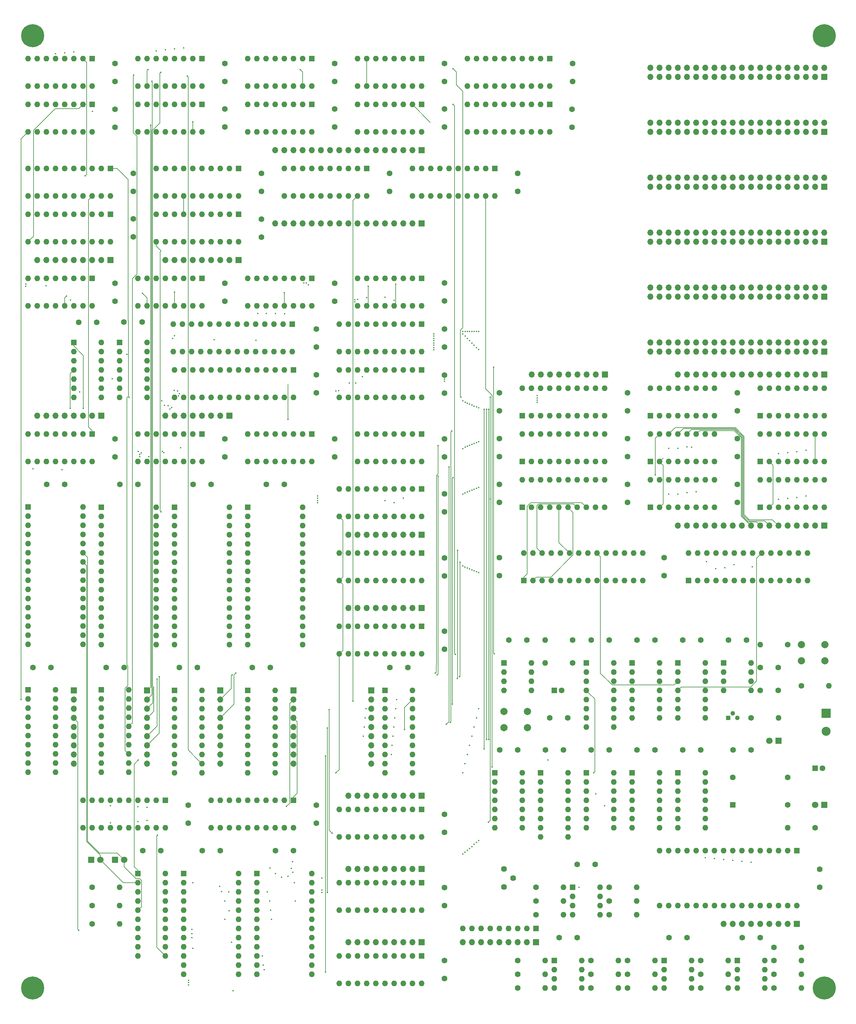
<source format=gbr>
G04 #@! TF.GenerationSoftware,KiCad,Pcbnew,(5.1.0-0)*
G04 #@! TF.CreationDate,2019-10-26T12:33:56-07:00*
G04 #@! TF.ProjectId,MainBoard,4d61696e-426f-4617-9264-2e6b69636164,rev?*
G04 #@! TF.SameCoordinates,Original*
G04 #@! TF.FileFunction,Copper,L4,Inr*
G04 #@! TF.FilePolarity,Positive*
%FSLAX46Y46*%
G04 Gerber Fmt 4.6, Leading zero omitted, Abs format (unit mm)*
G04 Created by KiCad (PCBNEW (5.1.0-0)) date 2019-10-26 12:33:56*
%MOMM*%
%LPD*%
G04 APERTURE LIST*
%ADD10O,1.600000X1.600000*%
%ADD11C,1.600000*%
%ADD12R,1.600000X1.600000*%
%ADD13O,1.700000X1.700000*%
%ADD14R,1.700000X1.700000*%
%ADD15C,2.500000*%
%ADD16R,2.500000X2.500000*%
%ADD17C,6.400000*%
%ADD18R,1.300000X1.300000*%
%ADD19C,1.300000*%
%ADD20C,2.000000*%
%ADD21C,1.620000*%
%ADD22C,1.800000*%
%ADD23R,1.800000X1.800000*%
%ADD24C,0.450000*%
%ADD25C,0.127000*%
G04 APERTURE END LIST*
D10*
X389890000Y-330327000D03*
D11*
X382270000Y-330327000D03*
D10*
X304800000Y-121920000D03*
X281940000Y-114300000D03*
X302260000Y-121920000D03*
X284480000Y-114300000D03*
X299720000Y-121920000D03*
X287020000Y-114300000D03*
X297180000Y-121920000D03*
X289560000Y-114300000D03*
X294640000Y-121920000D03*
X292100000Y-114300000D03*
X292100000Y-121920000D03*
X294640000Y-114300000D03*
X289560000Y-121920000D03*
X297180000Y-114300000D03*
X287020000Y-121920000D03*
X299720000Y-114300000D03*
X284480000Y-121920000D03*
X302260000Y-114300000D03*
X281940000Y-121920000D03*
D12*
X304800000Y-114300000D03*
D10*
X269240000Y-121920000D03*
X246380000Y-114300000D03*
X266700000Y-121920000D03*
X248920000Y-114300000D03*
X264160000Y-121920000D03*
X251460000Y-114300000D03*
X261620000Y-121920000D03*
X254000000Y-114300000D03*
X259080000Y-121920000D03*
X256540000Y-114300000D03*
X256540000Y-121920000D03*
X259080000Y-114300000D03*
X254000000Y-121920000D03*
X261620000Y-114300000D03*
X251460000Y-121920000D03*
X264160000Y-114300000D03*
X248920000Y-121920000D03*
X266700000Y-114300000D03*
X246380000Y-121920000D03*
D12*
X269240000Y-114300000D03*
D10*
X233680000Y-121920000D03*
X210820000Y-114300000D03*
X231140000Y-121920000D03*
X213360000Y-114300000D03*
X228600000Y-121920000D03*
X215900000Y-114300000D03*
X226060000Y-121920000D03*
X218440000Y-114300000D03*
X223520000Y-121920000D03*
X220980000Y-114300000D03*
X220980000Y-121920000D03*
X223520000Y-114300000D03*
X218440000Y-121920000D03*
X226060000Y-114300000D03*
X215900000Y-121920000D03*
X228600000Y-114300000D03*
X213360000Y-121920000D03*
X231140000Y-114300000D03*
X210820000Y-121920000D03*
D12*
X233680000Y-114300000D03*
D10*
X198120000Y-121920000D03*
X175260000Y-114300000D03*
X195580000Y-121920000D03*
X177800000Y-114300000D03*
X193040000Y-121920000D03*
X180340000Y-114300000D03*
X190500000Y-121920000D03*
X182880000Y-114300000D03*
X187960000Y-121920000D03*
X185420000Y-114300000D03*
X185420000Y-121920000D03*
X187960000Y-114300000D03*
X182880000Y-121920000D03*
X190500000Y-114300000D03*
X180340000Y-121920000D03*
X193040000Y-114300000D03*
X177800000Y-121920000D03*
X195580000Y-114300000D03*
X175260000Y-121920000D03*
D12*
X198120000Y-114300000D03*
D13*
X243840000Y-129540000D03*
X246380000Y-129540000D03*
X248920000Y-129540000D03*
X251460000Y-129540000D03*
X254000000Y-129540000D03*
X256540000Y-129540000D03*
X259080000Y-129540000D03*
X261620000Y-129540000D03*
X264160000Y-129540000D03*
X266700000Y-129540000D03*
X269240000Y-129540000D03*
X271780000Y-129540000D03*
X274320000Y-129540000D03*
X276860000Y-129540000D03*
X279400000Y-129540000D03*
X281940000Y-129540000D03*
D14*
X284480000Y-129540000D03*
D11*
X311150000Y-115650000D03*
X311150000Y-120650000D03*
X275590000Y-115650000D03*
X275590000Y-120650000D03*
X240030000Y-115650000D03*
X240030000Y-120650000D03*
X204470000Y-115650000D03*
X204470000Y-120650000D03*
D10*
X358540000Y-220980000D03*
X391560000Y-228600000D03*
X361080000Y-220980000D03*
X389020000Y-228600000D03*
X363620000Y-220980000D03*
X386480000Y-228600000D03*
X366160000Y-220980000D03*
X383940000Y-228600000D03*
X368700000Y-220980000D03*
X381400000Y-228600000D03*
X371240000Y-220980000D03*
X378860000Y-228600000D03*
X373780000Y-220980000D03*
X376320000Y-228600000D03*
X376320000Y-220980000D03*
X373780000Y-228600000D03*
X378860000Y-220980000D03*
X371240000Y-228600000D03*
X381400000Y-220980000D03*
X368700000Y-228600000D03*
X383940000Y-220980000D03*
X366160000Y-228600000D03*
X386480000Y-220980000D03*
X363620000Y-228600000D03*
X389020000Y-220980000D03*
X361080000Y-228600000D03*
X391560000Y-220980000D03*
D12*
X358540000Y-228600000D03*
D10*
X312820000Y-220980000D03*
X345840000Y-228600000D03*
X315360000Y-220980000D03*
X343300000Y-228600000D03*
X317900000Y-220980000D03*
X340760000Y-228600000D03*
X320440000Y-220980000D03*
X338220000Y-228600000D03*
X322980000Y-220980000D03*
X335680000Y-228600000D03*
X325520000Y-220980000D03*
X333140000Y-228600000D03*
X328060000Y-220980000D03*
X330600000Y-228600000D03*
X330600000Y-220980000D03*
X328060000Y-228600000D03*
X333140000Y-220980000D03*
X325520000Y-228600000D03*
X335680000Y-220980000D03*
X322980000Y-228600000D03*
X338220000Y-220980000D03*
X320440000Y-228600000D03*
X340760000Y-220980000D03*
X317900000Y-228600000D03*
X343300000Y-220980000D03*
X315360000Y-228600000D03*
X345840000Y-220980000D03*
D12*
X312820000Y-228600000D03*
D13*
X347980000Y-86360000D03*
X347980000Y-88900000D03*
X350520000Y-86360000D03*
X350520000Y-88900000D03*
X353060000Y-86360000D03*
X353060000Y-88900000D03*
X355600000Y-86360000D03*
X355600000Y-88900000D03*
X358140000Y-86360000D03*
X358140000Y-88900000D03*
X360680000Y-86360000D03*
X360680000Y-88900000D03*
X363220000Y-86360000D03*
X363220000Y-88900000D03*
X365760000Y-86360000D03*
X365760000Y-88900000D03*
X368300000Y-86360000D03*
X368300000Y-88900000D03*
X370840000Y-86360000D03*
X370840000Y-88900000D03*
X373380000Y-86360000D03*
X373380000Y-88900000D03*
X375920000Y-86360000D03*
X375920000Y-88900000D03*
X378460000Y-86360000D03*
X378460000Y-88900000D03*
X381000000Y-86360000D03*
X381000000Y-88900000D03*
X383540000Y-86360000D03*
X383540000Y-88900000D03*
X386080000Y-86360000D03*
X386080000Y-88900000D03*
X388620000Y-86360000D03*
X388620000Y-88900000D03*
X391160000Y-86360000D03*
X391160000Y-88900000D03*
X393700000Y-86360000D03*
X393700000Y-88900000D03*
X396240000Y-86360000D03*
D14*
X396240000Y-88900000D03*
D11*
X351790000Y-227250000D03*
X351790000Y-222250000D03*
X306070000Y-227250000D03*
X306070000Y-222250000D03*
D13*
X355600000Y-171450000D03*
X358140000Y-171450000D03*
X360680000Y-171450000D03*
X363220000Y-171450000D03*
X365760000Y-171450000D03*
X368300000Y-171450000D03*
X370840000Y-171450000D03*
X373380000Y-171450000D03*
X375920000Y-171450000D03*
X378460000Y-171450000D03*
X381000000Y-171450000D03*
X383540000Y-171450000D03*
X386080000Y-171450000D03*
X388620000Y-171450000D03*
X391160000Y-171450000D03*
X393700000Y-171450000D03*
D14*
X396240000Y-171450000D03*
D10*
X347980000Y-200660000D03*
X365760000Y-208280000D03*
X350520000Y-200660000D03*
X363220000Y-208280000D03*
X353060000Y-200660000D03*
X360680000Y-208280000D03*
X355600000Y-200660000D03*
X358140000Y-208280000D03*
X358140000Y-200660000D03*
X355600000Y-208280000D03*
X360680000Y-200660000D03*
X353060000Y-208280000D03*
X363220000Y-200660000D03*
X350520000Y-208280000D03*
X365760000Y-200660000D03*
D12*
X347980000Y-208280000D03*
D10*
X378460000Y-200660000D03*
X396240000Y-208280000D03*
X381000000Y-200660000D03*
X393700000Y-208280000D03*
X383540000Y-200660000D03*
X391160000Y-208280000D03*
X386080000Y-200660000D03*
X388620000Y-208280000D03*
X388620000Y-200660000D03*
X386080000Y-208280000D03*
X391160000Y-200660000D03*
X383540000Y-208280000D03*
X393700000Y-200660000D03*
X381000000Y-208280000D03*
X396240000Y-200660000D03*
D12*
X378460000Y-208280000D03*
D10*
X312420000Y-187960000D03*
X335280000Y-195580000D03*
X314960000Y-187960000D03*
X332740000Y-195580000D03*
X317500000Y-187960000D03*
X330200000Y-195580000D03*
X320040000Y-187960000D03*
X327660000Y-195580000D03*
X322580000Y-187960000D03*
X325120000Y-195580000D03*
X325120000Y-187960000D03*
X322580000Y-195580000D03*
X327660000Y-187960000D03*
X320040000Y-195580000D03*
X330200000Y-187960000D03*
X317500000Y-195580000D03*
X332740000Y-187960000D03*
X314960000Y-195580000D03*
X335280000Y-187960000D03*
D12*
X312420000Y-195580000D03*
D10*
X347980000Y-187960000D03*
X365760000Y-195580000D03*
X350520000Y-187960000D03*
X363220000Y-195580000D03*
X353060000Y-187960000D03*
X360680000Y-195580000D03*
X355600000Y-187960000D03*
X358140000Y-195580000D03*
X358140000Y-187960000D03*
X355600000Y-195580000D03*
X360680000Y-187960000D03*
X353060000Y-195580000D03*
X363220000Y-187960000D03*
X350520000Y-195580000D03*
X365760000Y-187960000D03*
D12*
X347980000Y-195580000D03*
D10*
X312420000Y-200660000D03*
X335280000Y-208280000D03*
X314960000Y-200660000D03*
X332740000Y-208280000D03*
X317500000Y-200660000D03*
X330200000Y-208280000D03*
X320040000Y-200660000D03*
X327660000Y-208280000D03*
X322580000Y-200660000D03*
X325120000Y-208280000D03*
X325120000Y-200660000D03*
X322580000Y-208280000D03*
X327660000Y-200660000D03*
X320040000Y-208280000D03*
X330200000Y-200660000D03*
X317500000Y-208280000D03*
X332740000Y-200660000D03*
X314960000Y-208280000D03*
X335280000Y-200660000D03*
D12*
X312420000Y-208280000D03*
D10*
X378460000Y-187960000D03*
X396240000Y-195580000D03*
X381000000Y-187960000D03*
X393700000Y-195580000D03*
X383540000Y-187960000D03*
X391160000Y-195580000D03*
X386080000Y-187960000D03*
X388620000Y-195580000D03*
X388620000Y-187960000D03*
X386080000Y-195580000D03*
X391160000Y-187960000D03*
X383540000Y-195580000D03*
X393700000Y-187960000D03*
X381000000Y-195580000D03*
X396240000Y-187960000D03*
D12*
X378460000Y-195580000D03*
D13*
X355600000Y-213360000D03*
X358140000Y-213360000D03*
X360680000Y-213360000D03*
X363220000Y-213360000D03*
X365760000Y-213360000D03*
X368300000Y-213360000D03*
X370840000Y-213360000D03*
X373380000Y-213360000D03*
X375920000Y-213360000D03*
X378460000Y-213360000D03*
X381000000Y-213360000D03*
X383540000Y-213360000D03*
X386080000Y-213360000D03*
X388620000Y-213360000D03*
X391160000Y-213360000D03*
X393700000Y-213360000D03*
D14*
X396240000Y-213360000D03*
D11*
X306070000Y-206930000D03*
X306070000Y-201930000D03*
X372110000Y-206930000D03*
X372110000Y-201930000D03*
X341630000Y-206930000D03*
X341630000Y-201930000D03*
X372110000Y-194230000D03*
X372110000Y-189230000D03*
X341630000Y-194230000D03*
X341630000Y-189230000D03*
X306070000Y-194230000D03*
X306070000Y-189230000D03*
D10*
X193040000Y-91440000D03*
X175260000Y-83820000D03*
X190500000Y-91440000D03*
X177800000Y-83820000D03*
X187960000Y-91440000D03*
X180340000Y-83820000D03*
X185420000Y-91440000D03*
X182880000Y-83820000D03*
X182880000Y-91440000D03*
X185420000Y-83820000D03*
X180340000Y-91440000D03*
X187960000Y-83820000D03*
X177800000Y-91440000D03*
X190500000Y-83820000D03*
X175260000Y-91440000D03*
D12*
X193040000Y-83820000D03*
D10*
X223520000Y-91440000D03*
X205740000Y-83820000D03*
X220980000Y-91440000D03*
X208280000Y-83820000D03*
X218440000Y-91440000D03*
X210820000Y-83820000D03*
X215900000Y-91440000D03*
X213360000Y-83820000D03*
X213360000Y-91440000D03*
X215900000Y-83820000D03*
X210820000Y-91440000D03*
X218440000Y-83820000D03*
X208280000Y-91440000D03*
X220980000Y-83820000D03*
X205740000Y-91440000D03*
D12*
X223520000Y-83820000D03*
D10*
X320040000Y-91440000D03*
X297180000Y-83820000D03*
X317500000Y-91440000D03*
X299720000Y-83820000D03*
X314960000Y-91440000D03*
X302260000Y-83820000D03*
X312420000Y-91440000D03*
X304800000Y-83820000D03*
X309880000Y-91440000D03*
X307340000Y-83820000D03*
X307340000Y-91440000D03*
X309880000Y-83820000D03*
X304800000Y-91440000D03*
X312420000Y-83820000D03*
X302260000Y-91440000D03*
X314960000Y-83820000D03*
X299720000Y-91440000D03*
X317500000Y-83820000D03*
X297180000Y-91440000D03*
D12*
X320040000Y-83820000D03*
D10*
X254000000Y-91440000D03*
X236220000Y-83820000D03*
X251460000Y-91440000D03*
X238760000Y-83820000D03*
X248920000Y-91440000D03*
X241300000Y-83820000D03*
X246380000Y-91440000D03*
X243840000Y-83820000D03*
X243840000Y-91440000D03*
X246380000Y-83820000D03*
X241300000Y-91440000D03*
X248920000Y-83820000D03*
X238760000Y-91440000D03*
X251460000Y-83820000D03*
X236220000Y-91440000D03*
D12*
X254000000Y-83820000D03*
D10*
X320040000Y-104140000D03*
X297180000Y-96520000D03*
X317500000Y-104140000D03*
X299720000Y-96520000D03*
X314960000Y-104140000D03*
X302260000Y-96520000D03*
X312420000Y-104140000D03*
X304800000Y-96520000D03*
X309880000Y-104140000D03*
X307340000Y-96520000D03*
X307340000Y-104140000D03*
X309880000Y-96520000D03*
X304800000Y-104140000D03*
X312420000Y-96520000D03*
X302260000Y-104140000D03*
X314960000Y-96520000D03*
X299720000Y-104140000D03*
X317500000Y-96520000D03*
X297180000Y-104140000D03*
D12*
X320040000Y-96520000D03*
D10*
X284480000Y-91440000D03*
X266700000Y-83820000D03*
X281940000Y-91440000D03*
X269240000Y-83820000D03*
X279400000Y-91440000D03*
X271780000Y-83820000D03*
X276860000Y-91440000D03*
X274320000Y-83820000D03*
X274320000Y-91440000D03*
X276860000Y-83820000D03*
X271780000Y-91440000D03*
X279400000Y-83820000D03*
X269240000Y-91440000D03*
X281940000Y-83820000D03*
X266700000Y-91440000D03*
D12*
X284480000Y-83820000D03*
D11*
X326390000Y-85170000D03*
X326390000Y-90170000D03*
X326263000Y-97870000D03*
X326263000Y-102870000D03*
X275670000Y-252730000D03*
X280670000Y-252730000D03*
D13*
X264160000Y-236220000D03*
X266700000Y-236220000D03*
X269240000Y-236220000D03*
X271780000Y-236220000D03*
X274320000Y-236220000D03*
X276860000Y-236220000D03*
X279400000Y-236220000D03*
X281940000Y-236220000D03*
D14*
X284480000Y-236220000D03*
D13*
X264160000Y-215900000D03*
X266700000Y-215900000D03*
X269240000Y-215900000D03*
X271780000Y-215900000D03*
X274320000Y-215900000D03*
X276860000Y-215900000D03*
X279400000Y-215900000D03*
X281940000Y-215900000D03*
D14*
X284480000Y-215900000D03*
D10*
X233680000Y-309880000D03*
X218440000Y-337820000D03*
X233680000Y-312420000D03*
X218440000Y-335280000D03*
X233680000Y-314960000D03*
X218440000Y-332740000D03*
X233680000Y-317500000D03*
X218440000Y-330200000D03*
X233680000Y-320040000D03*
X218440000Y-327660000D03*
X233680000Y-322580000D03*
X218440000Y-325120000D03*
X233680000Y-325120000D03*
X218440000Y-322580000D03*
X233680000Y-327660000D03*
X218440000Y-320040000D03*
X233680000Y-330200000D03*
X218440000Y-317500000D03*
X233680000Y-332740000D03*
X218440000Y-314960000D03*
X233680000Y-335280000D03*
X218440000Y-312420000D03*
X233680000Y-337820000D03*
D12*
X218440000Y-309880000D03*
D10*
X254000000Y-309880000D03*
X238760000Y-337820000D03*
X254000000Y-312420000D03*
X238760000Y-335280000D03*
X254000000Y-314960000D03*
X238760000Y-332740000D03*
X254000000Y-317500000D03*
X238760000Y-330200000D03*
X254000000Y-320040000D03*
X238760000Y-327660000D03*
X254000000Y-322580000D03*
X238760000Y-325120000D03*
X254000000Y-325120000D03*
X238760000Y-322580000D03*
X254000000Y-327660000D03*
X238760000Y-320040000D03*
X254000000Y-330200000D03*
X238760000Y-317500000D03*
X254000000Y-332740000D03*
X238760000Y-314960000D03*
X254000000Y-335280000D03*
X238760000Y-312420000D03*
X254000000Y-337820000D03*
D12*
X238760000Y-309880000D03*
D10*
X284480000Y-340360000D03*
X261620000Y-332740000D03*
X281940000Y-340360000D03*
X264160000Y-332740000D03*
X279400000Y-340360000D03*
X266700000Y-332740000D03*
X276860000Y-340360000D03*
X269240000Y-332740000D03*
X274320000Y-340360000D03*
X271780000Y-332740000D03*
X271780000Y-340360000D03*
X274320000Y-332740000D03*
X269240000Y-340360000D03*
X276860000Y-332740000D03*
X266700000Y-340360000D03*
X279400000Y-332740000D03*
X264160000Y-340360000D03*
X281940000Y-332740000D03*
X261620000Y-340360000D03*
D12*
X284480000Y-332740000D03*
D10*
X284480000Y-320040000D03*
X261620000Y-312420000D03*
X281940000Y-320040000D03*
X264160000Y-312420000D03*
X279400000Y-320040000D03*
X266700000Y-312420000D03*
X276860000Y-320040000D03*
X269240000Y-312420000D03*
X274320000Y-320040000D03*
X271780000Y-312420000D03*
X271780000Y-320040000D03*
X274320000Y-312420000D03*
X269240000Y-320040000D03*
X276860000Y-312420000D03*
X266700000Y-320040000D03*
X279400000Y-312420000D03*
X264160000Y-320040000D03*
X281940000Y-312420000D03*
X261620000Y-320040000D03*
D12*
X284480000Y-312420000D03*
D10*
X284480000Y-299720000D03*
X261620000Y-292100000D03*
X281940000Y-299720000D03*
X264160000Y-292100000D03*
X279400000Y-299720000D03*
X266700000Y-292100000D03*
X276860000Y-299720000D03*
X269240000Y-292100000D03*
X274320000Y-299720000D03*
X271780000Y-292100000D03*
X271780000Y-299720000D03*
X274320000Y-292100000D03*
X269240000Y-299720000D03*
X276860000Y-292100000D03*
X266700000Y-299720000D03*
X279400000Y-292100000D03*
X264160000Y-299720000D03*
X281940000Y-292100000D03*
X261620000Y-299720000D03*
D12*
X284480000Y-292100000D03*
D10*
X281940000Y-259080000D03*
X274320000Y-281940000D03*
X281940000Y-261620000D03*
X274320000Y-279400000D03*
X281940000Y-264160000D03*
X274320000Y-276860000D03*
X281940000Y-266700000D03*
X274320000Y-274320000D03*
X281940000Y-269240000D03*
X274320000Y-271780000D03*
X281940000Y-271780000D03*
X274320000Y-269240000D03*
X281940000Y-274320000D03*
X274320000Y-266700000D03*
X281940000Y-276860000D03*
X274320000Y-264160000D03*
X281940000Y-279400000D03*
X274320000Y-261620000D03*
X281940000Y-281940000D03*
D12*
X274320000Y-259080000D03*
D10*
X284480000Y-165100000D03*
X261620000Y-157480000D03*
X281940000Y-165100000D03*
X264160000Y-157480000D03*
X279400000Y-165100000D03*
X266700000Y-157480000D03*
X276860000Y-165100000D03*
X269240000Y-157480000D03*
X274320000Y-165100000D03*
X271780000Y-157480000D03*
X271780000Y-165100000D03*
X274320000Y-157480000D03*
X269240000Y-165100000D03*
X276860000Y-157480000D03*
X266700000Y-165100000D03*
X279400000Y-157480000D03*
X264160000Y-165100000D03*
X281940000Y-157480000D03*
X261620000Y-165100000D03*
D12*
X284480000Y-157480000D03*
D10*
X284480000Y-177800000D03*
X261620000Y-170180000D03*
X281940000Y-177800000D03*
X264160000Y-170180000D03*
X279400000Y-177800000D03*
X266700000Y-170180000D03*
X276860000Y-177800000D03*
X269240000Y-170180000D03*
X274320000Y-177800000D03*
X271780000Y-170180000D03*
X271780000Y-177800000D03*
X274320000Y-170180000D03*
X269240000Y-177800000D03*
X276860000Y-170180000D03*
X266700000Y-177800000D03*
X279400000Y-170180000D03*
X264160000Y-177800000D03*
X281940000Y-170180000D03*
X261620000Y-177800000D03*
D12*
X284480000Y-170180000D03*
D10*
X248615800Y-165100000D03*
X215595800Y-157480000D03*
X246075800Y-165100000D03*
X218135800Y-157480000D03*
X243535800Y-165100000D03*
X220675800Y-157480000D03*
X240995800Y-165100000D03*
X223215800Y-157480000D03*
X238455800Y-165100000D03*
X225755800Y-157480000D03*
X235915800Y-165100000D03*
X228295800Y-157480000D03*
X233375800Y-165100000D03*
X230835800Y-157480000D03*
X230835800Y-165100000D03*
X233375800Y-157480000D03*
X228295800Y-165100000D03*
X235915800Y-157480000D03*
X225755800Y-165100000D03*
X238455800Y-157480000D03*
X223215800Y-165100000D03*
X240995800Y-157480000D03*
X220675800Y-165100000D03*
X243535800Y-157480000D03*
X218135800Y-165100000D03*
X246075800Y-157480000D03*
X215595800Y-165100000D03*
D12*
X248615800Y-157480000D03*
D10*
X248920000Y-177800000D03*
X215900000Y-170180000D03*
X246380000Y-177800000D03*
X218440000Y-170180000D03*
X243840000Y-177800000D03*
X220980000Y-170180000D03*
X241300000Y-177800000D03*
X223520000Y-170180000D03*
X238760000Y-177800000D03*
X226060000Y-170180000D03*
X236220000Y-177800000D03*
X228600000Y-170180000D03*
X233680000Y-177800000D03*
X231140000Y-170180000D03*
X231140000Y-177800000D03*
X233680000Y-170180000D03*
X228600000Y-177800000D03*
X236220000Y-170180000D03*
X226060000Y-177800000D03*
X238760000Y-170180000D03*
X223520000Y-177800000D03*
X241300000Y-170180000D03*
X220980000Y-177800000D03*
X243840000Y-170180000D03*
X218440000Y-177800000D03*
X246380000Y-170180000D03*
X215900000Y-177800000D03*
D12*
X248920000Y-170180000D03*
D13*
X248920000Y-279400000D03*
X248920000Y-276860000D03*
X248920000Y-274320000D03*
X248920000Y-271780000D03*
X248920000Y-269240000D03*
X248920000Y-266700000D03*
X248920000Y-264160000D03*
X248920000Y-261620000D03*
D14*
X248920000Y-259080000D03*
D13*
X228600000Y-279400000D03*
X228600000Y-276860000D03*
X228600000Y-274320000D03*
X228600000Y-271780000D03*
X228600000Y-269240000D03*
X228600000Y-266700000D03*
X228600000Y-264160000D03*
X228600000Y-261620000D03*
D14*
X228600000Y-259080000D03*
D13*
X208280000Y-279400000D03*
X208280000Y-276860000D03*
X208280000Y-274320000D03*
X208280000Y-271780000D03*
X208280000Y-269240000D03*
X208280000Y-266700000D03*
X208280000Y-264160000D03*
X208280000Y-261620000D03*
D14*
X208280000Y-259080000D03*
D13*
X187960000Y-279400000D03*
X187960000Y-276860000D03*
X187960000Y-274320000D03*
X187960000Y-271780000D03*
X187960000Y-269240000D03*
X187960000Y-266700000D03*
X187960000Y-264160000D03*
X187960000Y-261620000D03*
D14*
X187960000Y-259080000D03*
D10*
X203200000Y-258922000D03*
X195580000Y-281782000D03*
X203200000Y-261462000D03*
X195580000Y-279242000D03*
X203200000Y-264002000D03*
X195580000Y-276702000D03*
X203200000Y-266542000D03*
X195580000Y-274162000D03*
X203200000Y-269082000D03*
X195580000Y-271622000D03*
X203200000Y-271622000D03*
X195580000Y-269082000D03*
X203200000Y-274162000D03*
X195580000Y-266542000D03*
X203200000Y-276702000D03*
X195580000Y-264002000D03*
X203200000Y-279242000D03*
X195580000Y-261462000D03*
X203200000Y-281782000D03*
D12*
X195580000Y-258922000D03*
D10*
X182880000Y-258922000D03*
X175260000Y-281782000D03*
X182880000Y-261462000D03*
X175260000Y-279242000D03*
X182880000Y-264002000D03*
X175260000Y-276702000D03*
X182880000Y-266542000D03*
X175260000Y-274162000D03*
X182880000Y-269082000D03*
X175260000Y-271622000D03*
X182880000Y-271622000D03*
X175260000Y-269082000D03*
X182880000Y-274162000D03*
X175260000Y-266542000D03*
X182880000Y-276702000D03*
X175260000Y-264002000D03*
X182880000Y-279242000D03*
X175260000Y-261462000D03*
X182880000Y-281782000D03*
D12*
X175260000Y-258922000D03*
D10*
X210820000Y-208280000D03*
X195580000Y-246380000D03*
X210820000Y-210820000D03*
X195580000Y-243840000D03*
X210820000Y-213360000D03*
X195580000Y-241300000D03*
X210820000Y-215900000D03*
X195580000Y-238760000D03*
X210820000Y-218440000D03*
X195580000Y-236220000D03*
X210820000Y-220980000D03*
X195580000Y-233680000D03*
X210820000Y-223520000D03*
X195580000Y-231140000D03*
X210820000Y-226060000D03*
X195580000Y-228600000D03*
X210820000Y-228600000D03*
X195580000Y-226060000D03*
X210820000Y-231140000D03*
X195580000Y-223520000D03*
X210820000Y-233680000D03*
X195580000Y-220980000D03*
X210820000Y-236220000D03*
X195580000Y-218440000D03*
X210820000Y-238760000D03*
X195580000Y-215900000D03*
X210820000Y-241300000D03*
X195580000Y-213360000D03*
X210820000Y-243840000D03*
X195580000Y-210820000D03*
X210820000Y-246380000D03*
D12*
X195580000Y-208280000D03*
D10*
X190500000Y-208172000D03*
X175260000Y-246272000D03*
X190500000Y-210712000D03*
X175260000Y-243732000D03*
X190500000Y-213252000D03*
X175260000Y-241192000D03*
X190500000Y-215792000D03*
X175260000Y-238652000D03*
X190500000Y-218332000D03*
X175260000Y-236112000D03*
X190500000Y-220872000D03*
X175260000Y-233572000D03*
X190500000Y-223412000D03*
X175260000Y-231032000D03*
X190500000Y-225952000D03*
X175260000Y-228492000D03*
X190500000Y-228492000D03*
X175260000Y-225952000D03*
X190500000Y-231032000D03*
X175260000Y-223412000D03*
X190500000Y-233572000D03*
X175260000Y-220872000D03*
X190500000Y-236112000D03*
X175260000Y-218332000D03*
X190500000Y-238652000D03*
X175260000Y-215792000D03*
X190500000Y-241192000D03*
X175260000Y-213252000D03*
X190500000Y-243732000D03*
X175260000Y-210712000D03*
X190500000Y-246272000D03*
D12*
X175260000Y-208172000D03*
D11*
X180420000Y-201930000D03*
X185420000Y-201930000D03*
X196930000Y-252730000D03*
X201930000Y-252730000D03*
X176610000Y-252730000D03*
X181610000Y-252730000D03*
X200740000Y-201930000D03*
X205740000Y-201930000D03*
D10*
X378460000Y-175260000D03*
X396240000Y-182880000D03*
X381000000Y-175260000D03*
X393700000Y-182880000D03*
X383540000Y-175260000D03*
X391160000Y-182880000D03*
X386080000Y-175260000D03*
X388620000Y-182880000D03*
X388620000Y-175260000D03*
X386080000Y-182880000D03*
X391160000Y-175260000D03*
X383540000Y-182880000D03*
X393700000Y-175260000D03*
X381000000Y-182880000D03*
X396240000Y-175260000D03*
D12*
X378460000Y-182880000D03*
D15*
X396748000Y-270430000D03*
D16*
X396748000Y-265430000D03*
D17*
X396240000Y-341630000D03*
X396240000Y-77470000D03*
X176530000Y-341630000D03*
X176530000Y-77470000D03*
D10*
X208280000Y-162560000D03*
X200660000Y-177800000D03*
X208280000Y-165100000D03*
X200660000Y-175260000D03*
X208280000Y-167640000D03*
X200660000Y-172720000D03*
X208280000Y-170180000D03*
X200660000Y-170180000D03*
X208280000Y-172720000D03*
X200660000Y-167640000D03*
X208280000Y-175260000D03*
X200660000Y-165100000D03*
X208280000Y-177800000D03*
D12*
X200660000Y-162560000D03*
D10*
X195580000Y-162560000D03*
X187960000Y-177800000D03*
X195580000Y-165100000D03*
X187960000Y-175260000D03*
X195580000Y-167640000D03*
X187960000Y-172720000D03*
X195580000Y-170180000D03*
X187960000Y-170180000D03*
X195580000Y-172720000D03*
X187960000Y-167640000D03*
X195580000Y-175260000D03*
X187960000Y-165100000D03*
X195580000Y-177800000D03*
D12*
X187960000Y-162560000D03*
D11*
X290830000Y-158830000D03*
X290830000Y-163830000D03*
X372110000Y-181530000D03*
X372110000Y-176530000D03*
D13*
X347980000Y-116840000D03*
X347980000Y-119380000D03*
X350520000Y-116840000D03*
X350520000Y-119380000D03*
X353060000Y-116840000D03*
X353060000Y-119380000D03*
X355600000Y-116840000D03*
X355600000Y-119380000D03*
X358140000Y-116840000D03*
X358140000Y-119380000D03*
X360680000Y-116840000D03*
X360680000Y-119380000D03*
X363220000Y-116840000D03*
X363220000Y-119380000D03*
X365760000Y-116840000D03*
X365760000Y-119380000D03*
X368300000Y-116840000D03*
X368300000Y-119380000D03*
X370840000Y-116840000D03*
X370840000Y-119380000D03*
X373380000Y-116840000D03*
X373380000Y-119380000D03*
X375920000Y-116840000D03*
X375920000Y-119380000D03*
X378460000Y-116840000D03*
X378460000Y-119380000D03*
X381000000Y-116840000D03*
X381000000Y-119380000D03*
X383540000Y-116840000D03*
X383540000Y-119380000D03*
X386080000Y-116840000D03*
X386080000Y-119380000D03*
X388620000Y-116840000D03*
X388620000Y-119380000D03*
X391160000Y-116840000D03*
X391160000Y-119380000D03*
X393700000Y-116840000D03*
X393700000Y-119380000D03*
X396240000Y-116840000D03*
D14*
X396240000Y-119380000D03*
D13*
X347980000Y-147320000D03*
X347980000Y-149860000D03*
X350520000Y-147320000D03*
X350520000Y-149860000D03*
X353060000Y-147320000D03*
X353060000Y-149860000D03*
X355600000Y-147320000D03*
X355600000Y-149860000D03*
X358140000Y-147320000D03*
X358140000Y-149860000D03*
X360680000Y-147320000D03*
X360680000Y-149860000D03*
X363220000Y-147320000D03*
X363220000Y-149860000D03*
X365760000Y-147320000D03*
X365760000Y-149860000D03*
X368300000Y-147320000D03*
X368300000Y-149860000D03*
X370840000Y-147320000D03*
X370840000Y-149860000D03*
X373380000Y-147320000D03*
X373380000Y-149860000D03*
X375920000Y-147320000D03*
X375920000Y-149860000D03*
X378460000Y-147320000D03*
X378460000Y-149860000D03*
X381000000Y-147320000D03*
X381000000Y-149860000D03*
X383540000Y-147320000D03*
X383540000Y-149860000D03*
X386080000Y-147320000D03*
X386080000Y-149860000D03*
X388620000Y-147320000D03*
X388620000Y-149860000D03*
X391160000Y-147320000D03*
X391160000Y-149860000D03*
X393700000Y-147320000D03*
X393700000Y-149860000D03*
X396240000Y-147320000D03*
D14*
X396240000Y-149860000D03*
D13*
X347980000Y-162560000D03*
X347980000Y-165100000D03*
X350520000Y-162560000D03*
X350520000Y-165100000D03*
X353060000Y-162560000D03*
X353060000Y-165100000D03*
X355600000Y-162560000D03*
X355600000Y-165100000D03*
X358140000Y-162560000D03*
X358140000Y-165100000D03*
X360680000Y-162560000D03*
X360680000Y-165100000D03*
X363220000Y-162560000D03*
X363220000Y-165100000D03*
X365760000Y-162560000D03*
X365760000Y-165100000D03*
X368300000Y-162560000D03*
X368300000Y-165100000D03*
X370840000Y-162560000D03*
X370840000Y-165100000D03*
X373380000Y-162560000D03*
X373380000Y-165100000D03*
X375920000Y-162560000D03*
X375920000Y-165100000D03*
X378460000Y-162560000D03*
X378460000Y-165100000D03*
X381000000Y-162560000D03*
X381000000Y-165100000D03*
X383540000Y-162560000D03*
X383540000Y-165100000D03*
X386080000Y-162560000D03*
X386080000Y-165100000D03*
X388620000Y-162560000D03*
X388620000Y-165100000D03*
X391160000Y-162560000D03*
X391160000Y-165100000D03*
X393700000Y-162560000D03*
X393700000Y-165100000D03*
X396240000Y-162560000D03*
D14*
X396240000Y-165100000D03*
D13*
X347980000Y-132080000D03*
X347980000Y-134620000D03*
X350520000Y-132080000D03*
X350520000Y-134620000D03*
X353060000Y-132080000D03*
X353060000Y-134620000D03*
X355600000Y-132080000D03*
X355600000Y-134620000D03*
X358140000Y-132080000D03*
X358140000Y-134620000D03*
X360680000Y-132080000D03*
X360680000Y-134620000D03*
X363220000Y-132080000D03*
X363220000Y-134620000D03*
X365760000Y-132080000D03*
X365760000Y-134620000D03*
X368300000Y-132080000D03*
X368300000Y-134620000D03*
X370840000Y-132080000D03*
X370840000Y-134620000D03*
X373380000Y-132080000D03*
X373380000Y-134620000D03*
X375920000Y-132080000D03*
X375920000Y-134620000D03*
X378460000Y-132080000D03*
X378460000Y-134620000D03*
X381000000Y-132080000D03*
X381000000Y-134620000D03*
X383540000Y-132080000D03*
X383540000Y-134620000D03*
X386080000Y-132080000D03*
X386080000Y-134620000D03*
X388620000Y-132080000D03*
X388620000Y-134620000D03*
X391160000Y-132080000D03*
X391160000Y-134620000D03*
X393700000Y-132080000D03*
X393700000Y-134620000D03*
X396240000Y-132080000D03*
D14*
X396240000Y-134620000D03*
D13*
X347980000Y-101600000D03*
X347980000Y-104140000D03*
X350520000Y-101600000D03*
X350520000Y-104140000D03*
X353060000Y-101600000D03*
X353060000Y-104140000D03*
X355600000Y-101600000D03*
X355600000Y-104140000D03*
X358140000Y-101600000D03*
X358140000Y-104140000D03*
X360680000Y-101600000D03*
X360680000Y-104140000D03*
X363220000Y-101600000D03*
X363220000Y-104140000D03*
X365760000Y-101600000D03*
X365760000Y-104140000D03*
X368300000Y-101600000D03*
X368300000Y-104140000D03*
X370840000Y-101600000D03*
X370840000Y-104140000D03*
X373380000Y-101600000D03*
X373380000Y-104140000D03*
X375920000Y-101600000D03*
X375920000Y-104140000D03*
X378460000Y-101600000D03*
X378460000Y-104140000D03*
X381000000Y-101600000D03*
X381000000Y-104140000D03*
X383540000Y-101600000D03*
X383540000Y-104140000D03*
X386080000Y-101600000D03*
X386080000Y-104140000D03*
X388620000Y-101600000D03*
X388620000Y-104140000D03*
X391160000Y-101600000D03*
X391160000Y-104140000D03*
X393700000Y-101600000D03*
X393700000Y-104140000D03*
X396240000Y-101600000D03*
D14*
X396240000Y-104140000D03*
D10*
X243835800Y-259080000D03*
X236215800Y-281940000D03*
X243835800Y-261620000D03*
X236215800Y-279400000D03*
X243835800Y-264160000D03*
X236215800Y-276860000D03*
X243835800Y-266700000D03*
X236215800Y-274320000D03*
X243835800Y-269240000D03*
X236215800Y-271780000D03*
X243835800Y-271780000D03*
X236215800Y-269240000D03*
X243835800Y-274320000D03*
X236215800Y-266700000D03*
X243835800Y-276860000D03*
X236215800Y-264160000D03*
X243835800Y-279400000D03*
X236215800Y-261620000D03*
X243835800Y-281940000D03*
D12*
X236215800Y-259080000D03*
D11*
X369650000Y-245110000D03*
X374650000Y-245110000D03*
X386080000Y-290830000D03*
X386080000Y-283210000D03*
X370840000Y-283210000D03*
D12*
X370840000Y-290830000D03*
D10*
X383540000Y-266700000D03*
D11*
X375920000Y-266700000D03*
D10*
X378460000Y-246380000D03*
D11*
X386080000Y-246380000D03*
D10*
X397510000Y-257810000D03*
D11*
X389890000Y-257810000D03*
X383460000Y-252730000D03*
X378460000Y-252730000D03*
X383460000Y-259080000D03*
X378460000Y-259080000D03*
D10*
X318770000Y-251460000D03*
D11*
X326390000Y-251460000D03*
D10*
X318770000Y-245110000D03*
D11*
X326390000Y-245110000D03*
X325040000Y-266700000D03*
X320040000Y-266700000D03*
X323310000Y-259080000D03*
D12*
X321310000Y-259080000D03*
D10*
X251460000Y-208280000D03*
X236220000Y-246380000D03*
X251460000Y-210820000D03*
X236220000Y-243840000D03*
X251460000Y-213360000D03*
X236220000Y-241300000D03*
X251460000Y-215900000D03*
X236220000Y-238760000D03*
X251460000Y-218440000D03*
X236220000Y-236220000D03*
X251460000Y-220980000D03*
X236220000Y-233680000D03*
X251460000Y-223520000D03*
X236220000Y-231140000D03*
X251460000Y-226060000D03*
X236220000Y-228600000D03*
X251460000Y-228600000D03*
X236220000Y-226060000D03*
X251460000Y-231140000D03*
X236220000Y-223520000D03*
X251460000Y-233680000D03*
X236220000Y-220980000D03*
X251460000Y-236220000D03*
X236220000Y-218440000D03*
X251460000Y-238760000D03*
X236220000Y-215900000D03*
X251460000Y-241300000D03*
X236220000Y-213360000D03*
X251460000Y-243840000D03*
X236220000Y-210820000D03*
X251460000Y-246380000D03*
D12*
X236220000Y-208280000D03*
D13*
X177800000Y-182880000D03*
X180340000Y-182880000D03*
X182880000Y-182880000D03*
X185420000Y-182880000D03*
X187960000Y-182880000D03*
X190500000Y-182880000D03*
X193040000Y-182880000D03*
D14*
X195580000Y-182880000D03*
D13*
X213360000Y-182880000D03*
X215900000Y-182880000D03*
X218440000Y-182880000D03*
X220980000Y-182880000D03*
X223520000Y-182880000D03*
X226060000Y-182880000D03*
X228600000Y-182880000D03*
D14*
X231140000Y-182880000D03*
D13*
X177800000Y-139700000D03*
X180340000Y-139700000D03*
X182880000Y-139700000D03*
X185420000Y-139700000D03*
X187960000Y-139700000D03*
X190500000Y-139700000D03*
X193040000Y-139700000D03*
X195580000Y-139700000D03*
D14*
X198120000Y-139700000D03*
D13*
X213360000Y-139700000D03*
X215900000Y-139700000D03*
X218440000Y-139700000D03*
X220980000Y-139700000D03*
X223520000Y-139700000D03*
X226060000Y-139700000D03*
X228600000Y-139700000D03*
X231140000Y-139700000D03*
D14*
X233680000Y-139700000D03*
D10*
X213360000Y-309880000D03*
X205740000Y-332740000D03*
X213360000Y-312420000D03*
X205740000Y-330200000D03*
X213360000Y-314960000D03*
X205740000Y-327660000D03*
X213360000Y-317500000D03*
X205740000Y-325120000D03*
X213360000Y-320040000D03*
X205740000Y-322580000D03*
X213360000Y-322580000D03*
X205740000Y-320040000D03*
X213360000Y-325120000D03*
X205740000Y-317500000D03*
X213360000Y-327660000D03*
X205740000Y-314960000D03*
X213360000Y-330200000D03*
X205740000Y-312420000D03*
X213360000Y-332740000D03*
D12*
X205740000Y-309880000D03*
D10*
X248920000Y-297180000D03*
X226060000Y-289560000D03*
X246380000Y-297180000D03*
X228600000Y-289560000D03*
X243840000Y-297180000D03*
X231140000Y-289560000D03*
X241300000Y-297180000D03*
X233680000Y-289560000D03*
X238760000Y-297180000D03*
X236220000Y-289560000D03*
X236220000Y-297180000D03*
X238760000Y-289560000D03*
X233680000Y-297180000D03*
X241300000Y-289560000D03*
X231140000Y-297180000D03*
X243840000Y-289560000D03*
X228600000Y-297180000D03*
X246380000Y-289560000D03*
X226060000Y-297180000D03*
D12*
X248920000Y-289560000D03*
D10*
X213360000Y-297180000D03*
X190500000Y-289560000D03*
X210820000Y-297180000D03*
X193040000Y-289560000D03*
X208280000Y-297180000D03*
X195580000Y-289560000D03*
X205740000Y-297180000D03*
X198120000Y-289560000D03*
X203200000Y-297180000D03*
X200660000Y-289560000D03*
X200660000Y-297180000D03*
X203200000Y-289560000D03*
X198120000Y-297180000D03*
X205740000Y-289560000D03*
X195580000Y-297180000D03*
X208280000Y-289560000D03*
X193040000Y-297180000D03*
X210820000Y-289560000D03*
X190500000Y-297180000D03*
D12*
X213360000Y-289560000D03*
D10*
X337820000Y-251460000D03*
X330200000Y-269240000D03*
X337820000Y-254000000D03*
X330200000Y-266700000D03*
X337820000Y-256540000D03*
X330200000Y-264160000D03*
X337820000Y-259080000D03*
X330200000Y-261620000D03*
X337820000Y-261620000D03*
X330200000Y-259080000D03*
X337820000Y-264160000D03*
X330200000Y-256540000D03*
X337820000Y-266700000D03*
X330200000Y-254000000D03*
X337820000Y-269240000D03*
D12*
X330200000Y-251460000D03*
D10*
X350520000Y-251460000D03*
X342900000Y-266700000D03*
X350520000Y-254000000D03*
X342900000Y-264160000D03*
X350520000Y-256540000D03*
X342900000Y-261620000D03*
X350520000Y-259080000D03*
X342900000Y-259080000D03*
X350520000Y-261620000D03*
X342900000Y-256540000D03*
X350520000Y-264160000D03*
X342900000Y-254000000D03*
X350520000Y-266700000D03*
D12*
X342900000Y-251460000D03*
D10*
X363220000Y-251460000D03*
X355600000Y-266700000D03*
X363220000Y-254000000D03*
X355600000Y-264160000D03*
X363220000Y-256540000D03*
X355600000Y-261620000D03*
X363220000Y-259080000D03*
X355600000Y-259080000D03*
X363220000Y-261620000D03*
X355600000Y-256540000D03*
X363220000Y-264160000D03*
X355600000Y-254000000D03*
X363220000Y-266700000D03*
D12*
X355600000Y-251460000D03*
D18*
X369570000Y-266700000D03*
D19*
X372110000Y-266700000D03*
X370840000Y-265430000D03*
D10*
X375920000Y-251460000D03*
X368300000Y-259080000D03*
X375920000Y-254000000D03*
X368300000Y-256540000D03*
X375920000Y-256540000D03*
X368300000Y-254000000D03*
X375920000Y-259080000D03*
D12*
X368300000Y-251460000D03*
D10*
X337820000Y-281940000D03*
X330200000Y-297180000D03*
X337820000Y-284480000D03*
X330200000Y-294640000D03*
X337820000Y-287020000D03*
X330200000Y-292100000D03*
X337820000Y-289560000D03*
X330200000Y-289560000D03*
X337820000Y-292100000D03*
X330200000Y-287020000D03*
X337820000Y-294640000D03*
X330200000Y-284480000D03*
X337820000Y-297180000D03*
D12*
X330200000Y-281940000D03*
D10*
X350520000Y-281940000D03*
X342900000Y-297180000D03*
X350520000Y-284480000D03*
X342900000Y-294640000D03*
X350520000Y-287020000D03*
X342900000Y-292100000D03*
X350520000Y-289560000D03*
X342900000Y-289560000D03*
X350520000Y-292100000D03*
X342900000Y-287020000D03*
X350520000Y-294640000D03*
X342900000Y-284480000D03*
X350520000Y-297180000D03*
D12*
X342900000Y-281940000D03*
D10*
X325120000Y-281940000D03*
X317500000Y-299720000D03*
X325120000Y-284480000D03*
X317500000Y-297180000D03*
X325120000Y-287020000D03*
X317500000Y-294640000D03*
X325120000Y-289560000D03*
X317500000Y-292100000D03*
X325120000Y-292100000D03*
X317500000Y-289560000D03*
X325120000Y-294640000D03*
X317500000Y-287020000D03*
X325120000Y-297180000D03*
X317500000Y-284480000D03*
X325120000Y-299720000D03*
D12*
X317500000Y-281940000D03*
D10*
X363220000Y-281940000D03*
X355600000Y-297180000D03*
X363220000Y-284480000D03*
X355600000Y-294640000D03*
X363220000Y-287020000D03*
X355600000Y-292100000D03*
X363220000Y-289560000D03*
X355600000Y-289560000D03*
X363220000Y-292100000D03*
X355600000Y-287020000D03*
X363220000Y-294640000D03*
X355600000Y-284480000D03*
X363220000Y-297180000D03*
D12*
X355600000Y-281940000D03*
D10*
X314960000Y-251460000D03*
X307340000Y-259080000D03*
X314960000Y-254000000D03*
X307340000Y-256540000D03*
X314960000Y-256540000D03*
X307340000Y-254000000D03*
X314960000Y-259080000D03*
D12*
X307340000Y-251460000D03*
D10*
X312420000Y-281940000D03*
X304800000Y-297180000D03*
X312420000Y-284480000D03*
X304800000Y-294640000D03*
X312420000Y-287020000D03*
X304800000Y-292100000D03*
X312420000Y-289560000D03*
X304800000Y-289560000D03*
X312420000Y-292100000D03*
X304800000Y-287020000D03*
X312420000Y-294640000D03*
X304800000Y-284480000D03*
X312420000Y-297180000D03*
D12*
X304800000Y-281940000D03*
D10*
X379730000Y-334010000D03*
X372110000Y-341630000D03*
X379730000Y-336550000D03*
X372110000Y-339090000D03*
X379730000Y-339090000D03*
X372110000Y-336550000D03*
X379730000Y-341630000D03*
D12*
X372110000Y-334010000D03*
D10*
X359410000Y-334010000D03*
X351790000Y-341630000D03*
X359410000Y-336550000D03*
X351790000Y-339090000D03*
X359410000Y-339090000D03*
X351790000Y-336550000D03*
X359410000Y-341630000D03*
D12*
X351790000Y-334010000D03*
D10*
X388616200Y-318768200D03*
X350516200Y-303528200D03*
X386076200Y-318768200D03*
X353056200Y-303528200D03*
X383536200Y-318768200D03*
X355596200Y-303528200D03*
X380996200Y-318768200D03*
X358136200Y-303528200D03*
X378456200Y-318768200D03*
X360676200Y-303528200D03*
X375916200Y-318768200D03*
X363216200Y-303528200D03*
X373376200Y-318768200D03*
X365756200Y-303528200D03*
X370836200Y-318768200D03*
X368296200Y-303528200D03*
X368296200Y-318768200D03*
X370836200Y-303528200D03*
X365756200Y-318768200D03*
X373376200Y-303528200D03*
X363216200Y-318768200D03*
X375916200Y-303528200D03*
X360676200Y-318768200D03*
X378456200Y-303528200D03*
X358136200Y-318768200D03*
X380996200Y-303528200D03*
X355596200Y-318768200D03*
X383536200Y-303528200D03*
X353056200Y-318768200D03*
X386076200Y-303528200D03*
X350516200Y-318768200D03*
D12*
X388616200Y-303528200D03*
D10*
X328930000Y-334010000D03*
X321310000Y-341630000D03*
X328930000Y-336550000D03*
X321310000Y-339090000D03*
X328930000Y-339090000D03*
X321310000Y-336550000D03*
X328930000Y-341630000D03*
D12*
X321310000Y-334010000D03*
D10*
X334010000Y-313690000D03*
X326390000Y-321310000D03*
X334010000Y-316230000D03*
X326390000Y-318770000D03*
X334010000Y-318770000D03*
X326390000Y-316230000D03*
X334010000Y-321310000D03*
D12*
X326390000Y-313690000D03*
D10*
X284489000Y-248915800D03*
X261629000Y-241295800D03*
X281949000Y-248915800D03*
X264169000Y-241295800D03*
X279409000Y-248915800D03*
X266709000Y-241295800D03*
X276869000Y-248915800D03*
X269249000Y-241295800D03*
X274329000Y-248915800D03*
X271789000Y-241295800D03*
X271789000Y-248915800D03*
X274329000Y-241295800D03*
X269249000Y-248915800D03*
X276869000Y-241295800D03*
X266709000Y-248915800D03*
X279409000Y-241295800D03*
X264169000Y-248915800D03*
X281949000Y-241295800D03*
X261629000Y-248915800D03*
D12*
X284489000Y-241295800D03*
D10*
X223515800Y-259071000D03*
X215895800Y-281931000D03*
X223515800Y-261611000D03*
X215895800Y-279391000D03*
X223515800Y-264151000D03*
X215895800Y-276851000D03*
X223515800Y-266691000D03*
X215895800Y-274311000D03*
X223515800Y-269231000D03*
X215895800Y-271771000D03*
X223515800Y-271771000D03*
X215895800Y-269231000D03*
X223515800Y-274311000D03*
X215895800Y-266691000D03*
X223515800Y-276851000D03*
X215895800Y-264151000D03*
X223515800Y-279391000D03*
X215895800Y-261611000D03*
X223515800Y-281931000D03*
D12*
X215895800Y-259071000D03*
D10*
X231140000Y-208280000D03*
X215900000Y-246380000D03*
X231140000Y-210820000D03*
X215900000Y-243840000D03*
X231140000Y-213360000D03*
X215900000Y-241300000D03*
X231140000Y-215900000D03*
X215900000Y-238760000D03*
X231140000Y-218440000D03*
X215900000Y-236220000D03*
X231140000Y-220980000D03*
X215900000Y-233680000D03*
X231140000Y-223520000D03*
X215900000Y-231140000D03*
X231140000Y-226060000D03*
X215900000Y-228600000D03*
X231140000Y-228600000D03*
X215900000Y-226060000D03*
X231140000Y-231140000D03*
X215900000Y-223520000D03*
X231140000Y-233680000D03*
X215900000Y-220980000D03*
X231140000Y-236220000D03*
X215900000Y-218440000D03*
X231140000Y-238760000D03*
X215900000Y-215900000D03*
X231140000Y-241300000D03*
X215900000Y-213360000D03*
X231140000Y-243840000D03*
X215900000Y-210820000D03*
X231140000Y-246380000D03*
D12*
X215900000Y-208280000D03*
D10*
X284480000Y-210820000D03*
X261620000Y-203200000D03*
X281940000Y-210820000D03*
X264160000Y-203200000D03*
X279400000Y-210820000D03*
X266700000Y-203200000D03*
X276860000Y-210820000D03*
X269240000Y-203200000D03*
X274320000Y-210820000D03*
X271780000Y-203200000D03*
X271780000Y-210820000D03*
X274320000Y-203200000D03*
X269240000Y-210820000D03*
X276860000Y-203200000D03*
X266700000Y-210820000D03*
X279400000Y-203200000D03*
X264160000Y-210820000D03*
X281940000Y-203200000D03*
X261620000Y-210820000D03*
D12*
X284480000Y-203200000D03*
D10*
X193040000Y-195580000D03*
X175260000Y-187960000D03*
X190500000Y-195580000D03*
X177800000Y-187960000D03*
X187960000Y-195580000D03*
X180340000Y-187960000D03*
X185420000Y-195580000D03*
X182880000Y-187960000D03*
X182880000Y-195580000D03*
X185420000Y-187960000D03*
X180340000Y-195580000D03*
X187960000Y-187960000D03*
X177800000Y-195580000D03*
X190500000Y-187960000D03*
X175260000Y-195580000D03*
D12*
X193040000Y-187960000D03*
D10*
X223520000Y-195580000D03*
X205740000Y-187960000D03*
X220980000Y-195580000D03*
X208280000Y-187960000D03*
X218440000Y-195580000D03*
X210820000Y-187960000D03*
X215900000Y-195580000D03*
X213360000Y-187960000D03*
X213360000Y-195580000D03*
X215900000Y-187960000D03*
X210820000Y-195580000D03*
X218440000Y-187960000D03*
X208280000Y-195580000D03*
X220980000Y-187960000D03*
X205740000Y-195580000D03*
D12*
X223520000Y-187960000D03*
D10*
X284480000Y-228600000D03*
X261620000Y-220980000D03*
X281940000Y-228600000D03*
X264160000Y-220980000D03*
X279400000Y-228600000D03*
X266700000Y-220980000D03*
X276860000Y-228600000D03*
X269240000Y-220980000D03*
X274320000Y-228600000D03*
X271780000Y-220980000D03*
X271780000Y-228600000D03*
X274320000Y-220980000D03*
X269240000Y-228600000D03*
X276860000Y-220980000D03*
X266700000Y-228600000D03*
X279400000Y-220980000D03*
X264160000Y-228600000D03*
X281940000Y-220980000D03*
X261620000Y-228600000D03*
D12*
X284480000Y-220980000D03*
D10*
X254000000Y-195580000D03*
X236220000Y-187960000D03*
X251460000Y-195580000D03*
X238760000Y-187960000D03*
X248920000Y-195580000D03*
X241300000Y-187960000D03*
X246380000Y-195580000D03*
X243840000Y-187960000D03*
X243840000Y-195580000D03*
X246380000Y-187960000D03*
X241300000Y-195580000D03*
X248920000Y-187960000D03*
X238760000Y-195580000D03*
X251460000Y-187960000D03*
X236220000Y-195580000D03*
D12*
X254000000Y-187960000D03*
D10*
X284480000Y-195580000D03*
X266700000Y-187960000D03*
X281940000Y-195580000D03*
X269240000Y-187960000D03*
X279400000Y-195580000D03*
X271780000Y-187960000D03*
X276860000Y-195580000D03*
X274320000Y-187960000D03*
X274320000Y-195580000D03*
X276860000Y-187960000D03*
X271780000Y-195580000D03*
X279400000Y-187960000D03*
X269240000Y-195580000D03*
X281940000Y-187960000D03*
X266700000Y-195580000D03*
D12*
X284480000Y-187960000D03*
D10*
X193062000Y-152355200D03*
X175282000Y-144735200D03*
X190522000Y-152355200D03*
X177822000Y-144735200D03*
X187982000Y-152355200D03*
X180362000Y-144735200D03*
X185442000Y-152355200D03*
X182902000Y-144735200D03*
X182902000Y-152355200D03*
X185442000Y-144735200D03*
X180362000Y-152355200D03*
X187982000Y-144735200D03*
X177822000Y-152355200D03*
X190522000Y-144735200D03*
X175282000Y-152355200D03*
D12*
X193062000Y-144735200D03*
D10*
X223542000Y-152355200D03*
X205762000Y-144735200D03*
X221002000Y-152355200D03*
X208302000Y-144735200D03*
X218462000Y-152355200D03*
X210842000Y-144735200D03*
X215922000Y-152355200D03*
X213382000Y-144735200D03*
X213382000Y-152355200D03*
X215922000Y-144735200D03*
X210842000Y-152355200D03*
X218462000Y-144735200D03*
X208302000Y-152355200D03*
X221002000Y-144735200D03*
X205762000Y-152355200D03*
D12*
X223542000Y-144735200D03*
D10*
X254022000Y-152355200D03*
X236242000Y-144735200D03*
X251482000Y-152355200D03*
X238782000Y-144735200D03*
X248942000Y-152355200D03*
X241322000Y-144735200D03*
X246402000Y-152355200D03*
X243862000Y-144735200D03*
X243862000Y-152355200D03*
X246402000Y-144735200D03*
X241322000Y-152355200D03*
X248942000Y-144735200D03*
X238782000Y-152355200D03*
X251482000Y-144735200D03*
X236242000Y-152355200D03*
D12*
X254022000Y-144735200D03*
D10*
X284502000Y-152355200D03*
X266722000Y-144735200D03*
X281962000Y-152355200D03*
X269262000Y-144735200D03*
X279422000Y-152355200D03*
X271802000Y-144735200D03*
X276882000Y-152355200D03*
X274342000Y-144735200D03*
X274342000Y-152355200D03*
X276882000Y-144735200D03*
X271802000Y-152355200D03*
X279422000Y-144735200D03*
X269262000Y-152355200D03*
X281962000Y-144735200D03*
X266722000Y-152355200D03*
D12*
X284502000Y-144735200D03*
D10*
X198114000Y-134626000D03*
X175254000Y-127006000D03*
X195574000Y-134626000D03*
X177794000Y-127006000D03*
X193034000Y-134626000D03*
X180334000Y-127006000D03*
X190494000Y-134626000D03*
X182874000Y-127006000D03*
X187954000Y-134626000D03*
X185414000Y-127006000D03*
X185414000Y-134626000D03*
X187954000Y-127006000D03*
X182874000Y-134626000D03*
X190494000Y-127006000D03*
X180334000Y-134626000D03*
X193034000Y-127006000D03*
X177794000Y-134626000D03*
X195574000Y-127006000D03*
X175254000Y-134626000D03*
D12*
X198114000Y-127006000D03*
D10*
X233674000Y-134626000D03*
X210814000Y-127006000D03*
X231134000Y-134626000D03*
X213354000Y-127006000D03*
X228594000Y-134626000D03*
X215894000Y-127006000D03*
X226054000Y-134626000D03*
X218434000Y-127006000D03*
X223514000Y-134626000D03*
X220974000Y-127006000D03*
X220974000Y-134626000D03*
X223514000Y-127006000D03*
X218434000Y-134626000D03*
X226054000Y-127006000D03*
X215894000Y-134626000D03*
X228594000Y-127006000D03*
X213354000Y-134626000D03*
X231134000Y-127006000D03*
X210814000Y-134626000D03*
D12*
X233674000Y-127006000D03*
D10*
X193040000Y-104140000D03*
X175260000Y-96520000D03*
X190500000Y-104140000D03*
X177800000Y-96520000D03*
X187960000Y-104140000D03*
X180340000Y-96520000D03*
X185420000Y-104140000D03*
X182880000Y-96520000D03*
X182880000Y-104140000D03*
X185420000Y-96520000D03*
X180340000Y-104140000D03*
X187960000Y-96520000D03*
X177800000Y-104140000D03*
X190500000Y-96520000D03*
X175260000Y-104140000D03*
D12*
X193040000Y-96520000D03*
D10*
X223520000Y-104140000D03*
X205740000Y-96520000D03*
X220980000Y-104140000D03*
X208280000Y-96520000D03*
X218440000Y-104140000D03*
X210820000Y-96520000D03*
X215900000Y-104140000D03*
X213360000Y-96520000D03*
X213360000Y-104140000D03*
X215900000Y-96520000D03*
X210820000Y-104140000D03*
X218440000Y-96520000D03*
X208280000Y-104140000D03*
X220980000Y-96520000D03*
X205740000Y-104140000D03*
D12*
X223520000Y-96520000D03*
D10*
X254000000Y-104140000D03*
X236220000Y-96520000D03*
X251460000Y-104140000D03*
X238760000Y-96520000D03*
X248920000Y-104140000D03*
X241300000Y-96520000D03*
X246380000Y-104140000D03*
X243840000Y-96520000D03*
X243840000Y-104140000D03*
X246380000Y-96520000D03*
X241300000Y-104140000D03*
X248920000Y-96520000D03*
X238760000Y-104140000D03*
X251460000Y-96520000D03*
X236220000Y-104140000D03*
D12*
X254000000Y-96520000D03*
D10*
X284480000Y-104140000D03*
X266700000Y-96520000D03*
X281940000Y-104140000D03*
X269240000Y-96520000D03*
X279400000Y-104140000D03*
X271780000Y-96520000D03*
X276860000Y-104140000D03*
X274320000Y-96520000D03*
X274320000Y-104140000D03*
X276860000Y-96520000D03*
X271780000Y-104140000D03*
X279400000Y-96520000D03*
X269240000Y-104140000D03*
X281940000Y-96520000D03*
X266700000Y-104140000D03*
D12*
X284480000Y-96520000D03*
D10*
X347980000Y-175260000D03*
X365760000Y-182880000D03*
X350520000Y-175260000D03*
X363220000Y-182880000D03*
X353060000Y-175260000D03*
X360680000Y-182880000D03*
X355600000Y-175260000D03*
X358140000Y-182880000D03*
X358140000Y-175260000D03*
X355600000Y-182880000D03*
X360680000Y-175260000D03*
X353060000Y-182880000D03*
X363220000Y-175260000D03*
X350520000Y-182880000D03*
X365760000Y-175260000D03*
D12*
X347980000Y-182880000D03*
D10*
X312420000Y-175260000D03*
X335280000Y-182880000D03*
X314960000Y-175260000D03*
X332740000Y-182880000D03*
X317500000Y-175260000D03*
X330200000Y-182880000D03*
X320040000Y-175260000D03*
X327660000Y-182880000D03*
X322580000Y-175260000D03*
X325120000Y-182880000D03*
X325120000Y-175260000D03*
X322580000Y-182880000D03*
X327660000Y-175260000D03*
X320040000Y-182880000D03*
X330200000Y-175260000D03*
X317500000Y-182880000D03*
X332740000Y-175260000D03*
X314960000Y-182880000D03*
X335280000Y-175260000D03*
D12*
X312420000Y-182880000D03*
D20*
X396390000Y-246380000D03*
X396390000Y-250880000D03*
X389890000Y-246380000D03*
X389890000Y-250880000D03*
X313840000Y-264922000D03*
X313840000Y-269422000D03*
X307340000Y-264922000D03*
X307340000Y-269422000D03*
D21*
X307340000Y-308610000D03*
X309840000Y-311110000D03*
X307340000Y-313610000D03*
D10*
X295910000Y-325120000D03*
X298450000Y-325120000D03*
X300990000Y-325120000D03*
X303530000Y-325120000D03*
X306070000Y-325120000D03*
X308610000Y-325120000D03*
X311150000Y-325120000D03*
X313690000Y-325120000D03*
D12*
X316230000Y-325120000D03*
D10*
X200660000Y-323850000D03*
D11*
X193040000Y-323850000D03*
D10*
X200660000Y-318770000D03*
D11*
X193040000Y-318770000D03*
D10*
X200660000Y-313690000D03*
D11*
X193040000Y-313690000D03*
D10*
X386080000Y-297180000D03*
D11*
X393700000Y-297180000D03*
D10*
X389890000Y-341630000D03*
D11*
X382270000Y-341630000D03*
D10*
X389890000Y-337820000D03*
D11*
X382270000Y-337820000D03*
D10*
X389890000Y-334010000D03*
D11*
X382270000Y-334010000D03*
D10*
X369570000Y-341630000D03*
D11*
X361950000Y-341630000D03*
D10*
X369570000Y-337820000D03*
D11*
X361950000Y-337820000D03*
D10*
X369570000Y-334010000D03*
D11*
X361950000Y-334010000D03*
D10*
X349250000Y-341630000D03*
D11*
X341630000Y-341630000D03*
D10*
X349250000Y-337820000D03*
D11*
X341630000Y-337820000D03*
D10*
X349250000Y-334010000D03*
D11*
X341630000Y-334010000D03*
D10*
X339090000Y-341630000D03*
D11*
X331470000Y-341630000D03*
D10*
X339090000Y-337820000D03*
D11*
X331470000Y-337820000D03*
D10*
X339090000Y-334010000D03*
D11*
X331470000Y-334010000D03*
D10*
X318770000Y-341630000D03*
D11*
X311150000Y-341630000D03*
D10*
X318770000Y-337820000D03*
D11*
X311150000Y-337820000D03*
D10*
X318770000Y-334010000D03*
D11*
X311150000Y-334010000D03*
D10*
X344170000Y-321310000D03*
D11*
X336550000Y-321310000D03*
D10*
X344170000Y-317500000D03*
D11*
X336550000Y-317500000D03*
D10*
X344170000Y-313690000D03*
D11*
X336550000Y-313690000D03*
D10*
X323850000Y-321310000D03*
D11*
X316230000Y-321310000D03*
D10*
X323850000Y-317500000D03*
D11*
X316230000Y-317500000D03*
D10*
X323850000Y-313690000D03*
D11*
X316230000Y-313690000D03*
D13*
X295910000Y-328930000D03*
X298450000Y-328930000D03*
X300990000Y-328930000D03*
X303530000Y-328930000D03*
X306070000Y-328930000D03*
X308610000Y-328930000D03*
X311150000Y-328930000D03*
X313690000Y-328930000D03*
D14*
X316230000Y-328930000D03*
D13*
X264160000Y-328930000D03*
X266700000Y-328930000D03*
X269240000Y-328930000D03*
X271780000Y-328930000D03*
X274320000Y-328930000D03*
X276860000Y-328930000D03*
X279400000Y-328930000D03*
X281940000Y-328930000D03*
D14*
X284480000Y-328930000D03*
D13*
X264160000Y-308610000D03*
X266700000Y-308610000D03*
X269240000Y-308610000D03*
X271780000Y-308610000D03*
X274320000Y-308610000D03*
X276860000Y-308610000D03*
X279400000Y-308610000D03*
X281940000Y-308610000D03*
D14*
X284480000Y-308610000D03*
D13*
X264160000Y-288290000D03*
X266700000Y-288290000D03*
X269240000Y-288290000D03*
X271780000Y-288290000D03*
X274320000Y-288290000D03*
X276860000Y-288290000D03*
X279400000Y-288290000D03*
X281940000Y-288290000D03*
D14*
X284480000Y-288290000D03*
D13*
X368300000Y-323850000D03*
X370840000Y-323850000D03*
X373380000Y-323850000D03*
X375920000Y-323850000D03*
X378460000Y-323850000D03*
X381000000Y-323850000D03*
X383540000Y-323850000D03*
X386080000Y-323850000D03*
D14*
X388620000Y-323850000D03*
D13*
X270510000Y-279400000D03*
X270510000Y-276860000D03*
X270510000Y-274320000D03*
X270510000Y-271780000D03*
X270510000Y-269240000D03*
X270510000Y-266700000D03*
X270510000Y-264160000D03*
X270510000Y-261620000D03*
D14*
X270510000Y-259080000D03*
D13*
X243840000Y-109220000D03*
X246380000Y-109220000D03*
X248920000Y-109220000D03*
X251460000Y-109220000D03*
X254000000Y-109220000D03*
X256540000Y-109220000D03*
X259080000Y-109220000D03*
X261620000Y-109220000D03*
X264160000Y-109220000D03*
X266700000Y-109220000D03*
X269240000Y-109220000D03*
X271780000Y-109220000D03*
X274320000Y-109220000D03*
X276860000Y-109220000D03*
X279400000Y-109220000D03*
X281940000Y-109220000D03*
D14*
X284480000Y-109220000D03*
D13*
X315087000Y-171450000D03*
X317627000Y-171450000D03*
X320167000Y-171450000D03*
X322707000Y-171450000D03*
X325247000Y-171450000D03*
X327787000Y-171450000D03*
X330327000Y-171450000D03*
X332867000Y-171450000D03*
D14*
X335407000Y-171450000D03*
D22*
X201930000Y-306070000D03*
D23*
X199390000Y-306070000D03*
D22*
X195326000Y-306070000D03*
D23*
X192786000Y-306070000D03*
D22*
X381000000Y-273050000D03*
D23*
X383540000Y-273050000D03*
D22*
X393700000Y-290830000D03*
D23*
X396240000Y-290830000D03*
D11*
X223600000Y-303530000D03*
X228600000Y-303530000D03*
X207090000Y-303530000D03*
X212090000Y-303530000D03*
X290830000Y-339010000D03*
X290830000Y-334010000D03*
X243920000Y-303530000D03*
X248920000Y-303530000D03*
X255270000Y-290910000D03*
X255270000Y-295910000D03*
X290830000Y-313770000D03*
X290830000Y-318770000D03*
X219710000Y-290910000D03*
X219710000Y-295910000D03*
X290830000Y-293450000D03*
X290830000Y-298450000D03*
X331550000Y-245110000D03*
X336550000Y-245110000D03*
X344250000Y-245110000D03*
X349250000Y-245110000D03*
X356950000Y-245110000D03*
X361950000Y-245110000D03*
X306150000Y-275590000D03*
X311150000Y-275590000D03*
X308690000Y-245110000D03*
X313690000Y-245110000D03*
X370920000Y-275590000D03*
X375920000Y-275590000D03*
X331550000Y-275590000D03*
X336550000Y-275590000D03*
X344250000Y-275590000D03*
X349250000Y-275590000D03*
X318850000Y-275590000D03*
X323850000Y-275590000D03*
X356950000Y-275590000D03*
X361950000Y-275590000D03*
X373460000Y-327660000D03*
X378460000Y-327660000D03*
X353140000Y-327660000D03*
X358140000Y-327660000D03*
X394970000Y-308690000D03*
X394970000Y-313690000D03*
X322660000Y-327660000D03*
X327660000Y-327660000D03*
X327660000Y-307340000D03*
X332660000Y-307340000D03*
X290830000Y-242650000D03*
X290830000Y-247650000D03*
X237515800Y-252730000D03*
X242515800Y-252730000D03*
X217250000Y-252730000D03*
X222250000Y-252730000D03*
X241345000Y-201930000D03*
X246345000Y-201930000D03*
X221025000Y-201930000D03*
X226025000Y-201930000D03*
X290830000Y-204550000D03*
X290830000Y-209550000D03*
X199390000Y-189260000D03*
X199390000Y-194260000D03*
X229870000Y-189260000D03*
X229870000Y-194260000D03*
X290830000Y-222330000D03*
X290830000Y-227330000D03*
X260350000Y-189260000D03*
X260350000Y-194260000D03*
X290830000Y-189260000D03*
X290830000Y-194260000D03*
X290830000Y-171567200D03*
X290830000Y-176567200D03*
X255270000Y-158780000D03*
X255270000Y-163780000D03*
X255270000Y-171480000D03*
X255270000Y-176480000D03*
X201885800Y-156895800D03*
X206885800Y-156895800D03*
X189310000Y-156946600D03*
X194310000Y-156946600D03*
X199390000Y-146130000D03*
X199390000Y-151130000D03*
X229870000Y-146130000D03*
X229870000Y-151130000D03*
X290830000Y-146050000D03*
X290830000Y-151050000D03*
X260350000Y-146130000D03*
X260350000Y-151130000D03*
X204470000Y-128270000D03*
X204470000Y-133270000D03*
X240030000Y-128350000D03*
X240030000Y-133350000D03*
X199390000Y-97870000D03*
X199390000Y-102870000D03*
X229870000Y-102790000D03*
X229870000Y-97790000D03*
X260350000Y-102790000D03*
X260350000Y-97790000D03*
X290830000Y-102790000D03*
X290830000Y-97790000D03*
X229870000Y-85170000D03*
X229870000Y-90170000D03*
X290830000Y-85170000D03*
X290830000Y-90170000D03*
X199390000Y-85170000D03*
X199390000Y-90170000D03*
X260350000Y-85170000D03*
X260350000Y-90170000D03*
X341630000Y-181530000D03*
X341630000Y-176530000D03*
X306070000Y-181530000D03*
X306070000Y-176530000D03*
X395700000Y-280670000D03*
D12*
X393700000Y-280670000D03*
D24*
X211201000Y-299212000D03*
X303530000Y-177673000D03*
X302996501Y-295630501D03*
X293243000Y-86614000D03*
X303530000Y-205994000D03*
X295402000Y-177673000D03*
X191135000Y-116332000D03*
X303114490Y-181102000D03*
X303114490Y-272669000D03*
X258318000Y-315087000D03*
X258318000Y-269459490D03*
X247015000Y-291211000D03*
X258826000Y-264414000D03*
X259691303Y-298680303D03*
X205867000Y-278384000D03*
X257810000Y-277241000D03*
X257810000Y-337185000D03*
X209296000Y-102235000D03*
X212090000Y-87630000D03*
X219456000Y-88646000D03*
X209677000Y-90033989D03*
X173355000Y-261620000D03*
X279781000Y-269875000D03*
X232156000Y-342357490D03*
X219837000Y-339471000D03*
X219837000Y-340106000D03*
X219837000Y-340741000D03*
X240538000Y-335280000D03*
X240284000Y-332740000D03*
X304673000Y-248920000D03*
X304453510Y-169383490D03*
X220980000Y-101346000D03*
X332232000Y-281940000D03*
X260731000Y-281940000D03*
X212217000Y-209550000D03*
X193167000Y-98425000D03*
X293878000Y-249047000D03*
X293243000Y-96520000D03*
X319532000Y-278384000D03*
X287909000Y-160147000D03*
X295910000Y-304419000D03*
X208280000Y-295148000D03*
X316611000Y-177292000D03*
X295910000Y-178689000D03*
X295910000Y-281940000D03*
X295910000Y-160147000D03*
X295910000Y-159512000D03*
X295910000Y-192024000D03*
X295910000Y-204597000D03*
X295910000Y-224536000D03*
X360680000Y-203962000D03*
X359434487Y-191550541D03*
X358140000Y-191516000D03*
X296545000Y-303911000D03*
X205740000Y-295494490D03*
X287909000Y-160782000D03*
X316611000Y-177927000D03*
X296546825Y-179104510D03*
X296545000Y-279400000D03*
X296546825Y-160783825D03*
X296546825Y-159513825D03*
X182880000Y-82413999D03*
X296546825Y-191608490D03*
X296545000Y-204308490D03*
X296545000Y-224824510D03*
X358140000Y-204216000D03*
X355600000Y-191897000D03*
X287909000Y-161417000D03*
X297180000Y-303403000D03*
X198120000Y-295773987D03*
X297180000Y-179358510D03*
X297180000Y-276860000D03*
X297180000Y-161417000D03*
X316611000Y-178562000D03*
X297180000Y-159512000D03*
X185420000Y-82159989D03*
X297180000Y-191354490D03*
X297180000Y-204054490D03*
X297180000Y-225078510D03*
X355600000Y-204597000D03*
X353020190Y-191936810D03*
X287909000Y-162052000D03*
X297815000Y-302895000D03*
X297815000Y-179612510D03*
X297815000Y-274320000D03*
X297815000Y-162052000D03*
X316611000Y-179162479D03*
X297815000Y-159512000D03*
X187960000Y-81905979D03*
X297815000Y-191100490D03*
X297815000Y-203800490D03*
X297815000Y-225332510D03*
X353020190Y-204636810D03*
X391160000Y-192405000D03*
X287909000Y-162687000D03*
X298450000Y-179866510D03*
X298446681Y-302390319D03*
X298450000Y-271780000D03*
X298450000Y-162687000D03*
X298450000Y-159512000D03*
X210820000Y-81651969D03*
X298450000Y-190846490D03*
X298450000Y-203546490D03*
X298450000Y-225586510D03*
X391160000Y-205105000D03*
X388620000Y-192820510D03*
X287909000Y-163322000D03*
X198120000Y-291084000D03*
X299085000Y-301752000D03*
X299085000Y-269240000D03*
X299085000Y-163322000D03*
X299085000Y-180213000D03*
X299085000Y-159512000D03*
X213360000Y-81372500D03*
X299085000Y-190592490D03*
X299085000Y-203292490D03*
X299085000Y-225840510D03*
X388620000Y-205520510D03*
X386080000Y-193074521D03*
X287909000Y-163957000D03*
X299720000Y-301244000D03*
X205740000Y-291338000D03*
X299720000Y-266700000D03*
X299720000Y-163957000D03*
X299742555Y-180397065D03*
X299720000Y-159512000D03*
X215900000Y-81118500D03*
X299720000Y-190338490D03*
X299720000Y-203038490D03*
X299720000Y-226094510D03*
X386080000Y-205774521D03*
X383540000Y-193328532D03*
X287909000Y-164592000D03*
X300355000Y-300736000D03*
X208278664Y-291499499D03*
X300355000Y-264160000D03*
X300355000Y-164465000D03*
X300355000Y-180628521D03*
X300355000Y-159512000D03*
X218440000Y-80864500D03*
X300355000Y-190084490D03*
X300355000Y-202784490D03*
X300355000Y-226348510D03*
X383540000Y-206028532D03*
X247396000Y-183896000D03*
X276098000Y-276860000D03*
X276259500Y-274320000D03*
X276513500Y-271780000D03*
X268291969Y-271780000D03*
X220726000Y-327660000D03*
X241681000Y-314960000D03*
X268545979Y-269240000D03*
X276767500Y-269240000D03*
X242316000Y-317500000D03*
X268799989Y-266700000D03*
X277021500Y-266700000D03*
X242570000Y-320040000D03*
X269053999Y-264160000D03*
X277284500Y-264160000D03*
X242824000Y-322580000D03*
X277538510Y-261620000D03*
X229904510Y-322580000D03*
X229870000Y-317500000D03*
X228981000Y-314833000D03*
X220980000Y-312420000D03*
X248342980Y-308419500D03*
X249393500Y-317500000D03*
X248758479Y-309521262D03*
X249139500Y-312420000D03*
X247396276Y-310607490D03*
X242374281Y-308366887D03*
X245618000Y-310896000D03*
X231047521Y-320167000D03*
X231013000Y-314960000D03*
X228473000Y-313436000D03*
X256794000Y-315087000D03*
X256794000Y-314452000D03*
X243967000Y-309880000D03*
X256794000Y-311150000D03*
X248666000Y-306578000D03*
X185937703Y-149698500D03*
X180268955Y-146748511D03*
X174556617Y-146939772D03*
X174676472Y-146375346D03*
X207038617Y-148936470D03*
X215900000Y-148590000D03*
X246380000Y-148726061D03*
X269655500Y-146939000D03*
X277275500Y-146395211D03*
X265938000Y-151257000D03*
X265972500Y-150674695D03*
X206271867Y-193578259D03*
X205867000Y-192786000D03*
X212487895Y-192723275D03*
X206668828Y-193159494D03*
X212895904Y-193131284D03*
X206248000Y-194183000D03*
X208788000Y-194183000D03*
X260731000Y-176022000D03*
X213106000Y-179959000D03*
X261464766Y-175875855D03*
X214122000Y-180086000D03*
X215138000Y-180594000D03*
X264414000Y-173828490D03*
X214664510Y-181009510D03*
X266201282Y-173801420D03*
X268019835Y-171982867D03*
X328168000Y-313690000D03*
X375920000Y-306705000D03*
X373380000Y-306451000D03*
X370840000Y-306197000D03*
X368300000Y-305943000D03*
X365760000Y-305689000D03*
X363220000Y-305435000D03*
X217008490Y-177331401D03*
X215854415Y-175831489D03*
X189611000Y-176276000D03*
X255651000Y-205740000D03*
X279400000Y-205740000D03*
X255651000Y-206375000D03*
X274320000Y-206375000D03*
X217590166Y-191735490D03*
X255651000Y-205105000D03*
X255651000Y-207010000D03*
X276860000Y-207010000D03*
X184658000Y-197866000D03*
X176657000Y-197612000D03*
X335280000Y-291084000D03*
X332867000Y-287782000D03*
X231775000Y-328930000D03*
X220726000Y-325374000D03*
X220726000Y-326517000D03*
X240792000Y-336550000D03*
X220980000Y-330581000D03*
X269240000Y-150114000D03*
X266700000Y-150587500D03*
X276860000Y-150841500D03*
X274320000Y-149977268D03*
X251841000Y-146050000D03*
X241427000Y-154523248D03*
X253111000Y-146558000D03*
X246507000Y-154559000D03*
X238988900Y-154523244D03*
X252476000Y-146050000D03*
X243967000Y-154523246D03*
X238506000Y-161925000D03*
X226883116Y-161734936D03*
X215865422Y-160689578D03*
X187071000Y-150749000D03*
X215392000Y-161417000D03*
X302514000Y-181102000D03*
X302514000Y-272669000D03*
X301879000Y-181102000D03*
X301879000Y-275336000D03*
X190627000Y-180848000D03*
X186944000Y-180848000D03*
X203327000Y-177800000D03*
X212378510Y-178689000D03*
X290824696Y-173302316D03*
X290830000Y-172720000D03*
X202692000Y-165862000D03*
X217297000Y-176784000D03*
X216789000Y-176022000D03*
X198628000Y-172593000D03*
X265430000Y-262001000D03*
X304038000Y-280289000D03*
X295148000Y-223520000D03*
X295021000Y-255270000D03*
X211709000Y-255270000D03*
X294513000Y-220218000D03*
X294386000Y-255778000D03*
X211074000Y-255905000D03*
X204597000Y-88392000D03*
X292100000Y-197104000D03*
X291338000Y-268478000D03*
X292481000Y-267970000D03*
X292862000Y-187071000D03*
X232918000Y-254254000D03*
X288290000Y-254254000D03*
X289052000Y-191135000D03*
X293023510Y-262890000D03*
X293233989Y-200025000D03*
X289052000Y-199644000D03*
X288798000Y-254762000D03*
X231902000Y-254762000D03*
X208534000Y-86868000D03*
X250825000Y-86868000D03*
X363596367Y-223300510D03*
X371221000Y-224155000D03*
X376301000Y-224790000D03*
X368681000Y-225044000D03*
X366141000Y-225298000D03*
X349377000Y-199253989D03*
X189357000Y-325628000D03*
D25*
X212560001Y-331940001D02*
X213360000Y-332740000D01*
X210976001Y-330356001D02*
X212560001Y-331940001D01*
X210976001Y-299436999D02*
X210976001Y-330356001D01*
X211201000Y-299212000D02*
X210976001Y-299436999D01*
X303530000Y-295097002D02*
X302996501Y-295630501D01*
X293243000Y-86614000D02*
X294132000Y-87503000D01*
X351510501Y-196570501D02*
X351319999Y-196379999D01*
X351510501Y-207289499D02*
X351510501Y-196570501D01*
X351319999Y-196379999D02*
X350520000Y-195580000D01*
X350520000Y-208280000D02*
X351510501Y-207289499D01*
X350520000Y-195580000D02*
X351510501Y-194589499D01*
X381990501Y-207289499D02*
X381799999Y-207480001D01*
X381799999Y-207480001D02*
X381000000Y-208280000D01*
X381990501Y-196570501D02*
X381990501Y-207289499D01*
X381000000Y-195580000D02*
X381990501Y-196570501D01*
X303530000Y-205994000D02*
X303530000Y-295097002D01*
X303530000Y-177673000D02*
X303530000Y-205994000D01*
X294132000Y-87503000D02*
X294132000Y-91059000D01*
X294132000Y-91059000D02*
X295910000Y-92837000D01*
X295910000Y-92837000D02*
X295910000Y-158496000D01*
X295910000Y-158496000D02*
X295275000Y-159131000D01*
X295275000Y-177546000D02*
X295402000Y-177673000D01*
X295275000Y-159131000D02*
X295275000Y-177546000D01*
X191490501Y-84810501D02*
X191490501Y-115976499D01*
X190500000Y-83820000D02*
X191490501Y-84810501D01*
X191490501Y-115976499D02*
X191135000Y-116332000D01*
X303114490Y-181102000D02*
X303114490Y-181420198D01*
X303114490Y-181420198D02*
X303114490Y-272669000D01*
X248920000Y-288633000D02*
X248920000Y-289560000D01*
X249960501Y-287592499D02*
X248920000Y-288633000D01*
X249960501Y-267740501D02*
X249960501Y-287592499D01*
X248920000Y-266700000D02*
X249960501Y-267740501D01*
X258318000Y-315087000D02*
X258318000Y-269459490D01*
X247879499Y-290346501D02*
X247015000Y-291211000D01*
X247879499Y-262660501D02*
X247879499Y-290346501D01*
X248920000Y-261620000D02*
X247879499Y-262660501D01*
X258826000Y-264414000D02*
X258826000Y-270129000D01*
X258826000Y-297815000D02*
X259691303Y-298680303D01*
X258826000Y-270129000D02*
X258826000Y-297815000D01*
X258826000Y-270129000D02*
X258826000Y-270256000D01*
X204749499Y-279501501D02*
X204749499Y-307962499D01*
X205740000Y-308953000D02*
X205740000Y-309880000D01*
X205867000Y-278384000D02*
X204749499Y-279501501D01*
X204749499Y-307962499D02*
X205740000Y-308953000D01*
X257810000Y-277241000D02*
X257810000Y-337185000D01*
X209677000Y-260223000D02*
X208280000Y-261620000D01*
X209677000Y-258445000D02*
X209677000Y-260223000D01*
X209296000Y-102235000D02*
X209296000Y-103612521D01*
X209296000Y-103612521D02*
X209315479Y-103632000D01*
X209315479Y-258072577D02*
X209320501Y-258077599D01*
X209315479Y-103632000D02*
X209315479Y-258072577D01*
X209550000Y-258318000D02*
X209677000Y-258445000D01*
X209320501Y-258088501D02*
X209550000Y-258318000D01*
X209320501Y-258077599D02*
X209320501Y-258088501D01*
X209823499Y-246780499D02*
X209823499Y-246849441D01*
X209823499Y-257873049D02*
X210185022Y-258234572D01*
X210185022Y-258234572D02*
X210185022Y-264794978D01*
X210185022Y-264794978D02*
X209613500Y-265366500D01*
X208280000Y-266700000D02*
X209613500Y-265366500D01*
X209613500Y-265366500D02*
X209804000Y-265176000D01*
X209823499Y-248646501D02*
X209823499Y-257873049D01*
X209823499Y-246780499D02*
X209823499Y-248646501D01*
X209823499Y-241700499D02*
X209823499Y-242208499D01*
X209823499Y-242208499D02*
X209823499Y-248646501D01*
X209823499Y-239033499D02*
X209823499Y-239160499D01*
X209823499Y-239033499D02*
X209823499Y-240264501D01*
X209823499Y-240264501D02*
X209823499Y-240938499D01*
X209823499Y-240938499D02*
X209823499Y-242208499D01*
X209823499Y-239033499D02*
X209823499Y-103670559D01*
X211835989Y-101658069D02*
X211835989Y-87884011D01*
X211835989Y-87884011D02*
X211865001Y-87854999D01*
X209823499Y-103670559D02*
X211835989Y-101658069D01*
X211865001Y-87854999D02*
X212090000Y-87630000D01*
X222715801Y-278591001D02*
X223515800Y-279391000D01*
X219685299Y-275560499D02*
X222715801Y-278591001D01*
X219685299Y-88875299D02*
X219456000Y-88646000D01*
X219685299Y-157123701D02*
X219685299Y-88875299D01*
X219685299Y-157123701D02*
X219685299Y-275560499D01*
X209129999Y-263310001D02*
X208280000Y-264160000D01*
X209931011Y-262508989D02*
X209129999Y-263310001D01*
X209711501Y-90386688D02*
X209677000Y-90352187D01*
X209677000Y-90352187D02*
X209677000Y-90033989D01*
X209711501Y-103423332D02*
X209711501Y-103285501D01*
X209711501Y-103285501D02*
X209711501Y-90386688D01*
X209931011Y-258339787D02*
X209931011Y-258698989D01*
X209569489Y-103565345D02*
X209569489Y-257978265D01*
X209711501Y-103423333D02*
X209569489Y-103565345D01*
X209711501Y-103285501D02*
X209711501Y-103423333D01*
X209569489Y-257978265D02*
X209931011Y-258339787D01*
X209931011Y-258698989D02*
X209931011Y-262508989D01*
X209931011Y-258339786D02*
X209931011Y-258698989D01*
X173355000Y-106045000D02*
X175260000Y-104140000D01*
X173355000Y-254635000D02*
X173355000Y-106045000D01*
X173355000Y-254889000D02*
X173355000Y-254635000D01*
X173355000Y-261620000D02*
X173355000Y-254635000D01*
X279781000Y-263779000D02*
X281940000Y-261620000D01*
X279781000Y-269875000D02*
X279781000Y-263779000D01*
X201676000Y-312420000D02*
X195326000Y-306070000D01*
X205740000Y-312420000D02*
X201676000Y-312420000D01*
X191299999Y-224211999D02*
X190500000Y-223412000D01*
X191490501Y-300961709D02*
X191490501Y-224402501D01*
X195326000Y-304797208D02*
X191490501Y-300961709D01*
X191490501Y-224402501D02*
X191299999Y-224211999D01*
X195326000Y-306070000D02*
X195326000Y-304797208D01*
X201930000Y-306070000D02*
X200025000Y-304165000D01*
X200025000Y-304165000D02*
X195072000Y-304165000D01*
X195072000Y-304165000D02*
X191770000Y-300863000D01*
X191770000Y-222142000D02*
X190500000Y-220872000D01*
X191770000Y-300863000D02*
X191770000Y-222142000D01*
X206248000Y-311277000D02*
X205194098Y-311277000D01*
X201930000Y-308012902D02*
X201930000Y-306070000D01*
X205194098Y-311277000D02*
X201930000Y-308012902D01*
X206730501Y-311759501D02*
X206248000Y-311277000D01*
X206730501Y-319049499D02*
X206730501Y-311759501D01*
X205740000Y-320040000D02*
X206730501Y-319049499D01*
X304453510Y-248700510D02*
X304673000Y-248920000D01*
X304453510Y-169383490D02*
X304453510Y-248700510D01*
X220980000Y-101346000D02*
X220980000Y-104140000D01*
X330999999Y-259879999D02*
X330200000Y-259080000D01*
X332540501Y-261420501D02*
X330999999Y-259879999D01*
X332540501Y-281631499D02*
X332540501Y-261420501D01*
X332232000Y-281940000D02*
X332540501Y-281631499D01*
X260731000Y-281940000D02*
X261629000Y-281042000D01*
X261629000Y-281042000D02*
X261629000Y-248915800D01*
X262419999Y-229399999D02*
X261620000Y-228600000D01*
X262619501Y-229599501D02*
X262419999Y-229399999D01*
X262619501Y-247925299D02*
X262619501Y-229599501D01*
X261629000Y-248915800D02*
X262619501Y-247925299D01*
X262610501Y-211810501D02*
X262419999Y-211619999D01*
X262419999Y-211619999D02*
X261620000Y-210820000D01*
X262610501Y-227609499D02*
X262610501Y-211810501D01*
X261620000Y-228600000D02*
X262610501Y-227609499D01*
X286893000Y-101473000D02*
X281940000Y-96520000D01*
X189357000Y-97663000D02*
X182811058Y-97663000D01*
X182811058Y-97663000D02*
X176803499Y-103670559D01*
X190500000Y-96520000D02*
X189357000Y-97663000D01*
X176803499Y-133076501D02*
X175254000Y-134626000D01*
X176803499Y-103670559D02*
X176803499Y-133076501D01*
X210814000Y-135757370D02*
X210820000Y-135763370D01*
X210814000Y-134626000D02*
X210814000Y-135757370D01*
X210820000Y-135763370D02*
X212217000Y-137160370D01*
X211963009Y-137414361D02*
X211963009Y-209296009D01*
X212217000Y-137160370D02*
X211963009Y-137414361D01*
X211963009Y-209296009D02*
X212217000Y-209550000D01*
X293649499Y-108940501D02*
X293649499Y-248818499D01*
X293649499Y-248818499D02*
X293653001Y-248822001D01*
X293653001Y-248822001D02*
X293878000Y-249047000D01*
X293649499Y-96926499D02*
X293243000Y-96520000D01*
X293649499Y-108940501D02*
X293649499Y-96926499D01*
X247396000Y-183896000D02*
X247396000Y-176784000D01*
X247396000Y-177419000D02*
X247396000Y-176784000D01*
X247396000Y-174117000D02*
X247396000Y-177419000D01*
X247396000Y-178816000D02*
X247396000Y-177419000D01*
X247396000Y-174244000D02*
X247396000Y-174117000D01*
X191999499Y-185992499D02*
X191999499Y-122960501D01*
X192240001Y-122719999D02*
X193040000Y-121920000D01*
X191999499Y-122960501D02*
X192240001Y-122719999D01*
X193040000Y-187033000D02*
X191999499Y-185992499D01*
X193040000Y-187960000D02*
X193040000Y-187033000D01*
X218440000Y-127000000D02*
X218434000Y-127006000D01*
X218440000Y-121920000D02*
X218440000Y-127000000D01*
X185442000Y-150194203D02*
X185442000Y-152355200D01*
X185937703Y-149698500D02*
X185442000Y-150194203D01*
X208302000Y-150199853D02*
X208302000Y-152355200D01*
X207038617Y-148936470D02*
X208302000Y-150199853D01*
X215900000Y-152333200D02*
X215922000Y-152355200D01*
X215900000Y-148590000D02*
X215900000Y-152333200D01*
X246402000Y-148748061D02*
X246380000Y-148726061D01*
X246402000Y-152355200D02*
X246402000Y-148748061D01*
X269655500Y-151961700D02*
X269262000Y-152355200D01*
X269655500Y-146939000D02*
X269655500Y-151961700D01*
X277275500Y-151961700D02*
X276882000Y-152355200D01*
X277275500Y-146395211D02*
X277275500Y-151961700D01*
X302514000Y-181102000D02*
X302514000Y-272669000D01*
X301879000Y-274193000D02*
X301879000Y-274701000D01*
X301879000Y-275336000D02*
X301879000Y-274193000D01*
X301879000Y-181102000D02*
X301879000Y-274193000D01*
X187960000Y-163487000D02*
X187960000Y-162560000D01*
X190627000Y-166154000D02*
X187960000Y-163487000D01*
X190627000Y-180848000D02*
X190627000Y-166154000D01*
X186944000Y-171196000D02*
X187960000Y-170180000D01*
X186944000Y-180848000D02*
X186944000Y-171196000D01*
X265430000Y-123190000D02*
X266700000Y-121920000D01*
X265430000Y-262001000D02*
X265430000Y-123190000D01*
X302260000Y-121920000D02*
X302260000Y-175387000D01*
X302260000Y-175387000D02*
X304038000Y-177165000D01*
X304038000Y-280289000D02*
X304038000Y-278257000D01*
X304038000Y-177165000D02*
X304038000Y-278257000D01*
X200025000Y-114300000D02*
X198120000Y-114300000D01*
X203107501Y-177404557D02*
X203107501Y-156651559D01*
X202209499Y-275711499D02*
X202209499Y-258446559D01*
X202692000Y-252026058D02*
X202692000Y-177820058D01*
X202692000Y-177820058D02*
X203107501Y-177404557D01*
X203200000Y-276702000D02*
X202209499Y-275711499D01*
X202920501Y-252254559D02*
X202692000Y-252026058D01*
X202920501Y-257735557D02*
X202920501Y-252254559D01*
X203059971Y-117334971D02*
X200025000Y-114300000D01*
X203059971Y-156604029D02*
X203059971Y-117334971D01*
X202209499Y-258446559D02*
X202920501Y-257735557D01*
X203107501Y-156651559D02*
X203059971Y-156604029D01*
X295148000Y-224409000D02*
X295148000Y-254889000D01*
X295148000Y-223520000D02*
X295148000Y-224409000D01*
X295148000Y-255143000D02*
X295021000Y-255270000D01*
X295148000Y-254889000D02*
X295148000Y-255143000D01*
X211709000Y-270891000D02*
X208280000Y-274320000D01*
X211709000Y-255270000D02*
X211709000Y-270891000D01*
X294513000Y-220218000D02*
X294513000Y-224663000D01*
X294513000Y-255651000D02*
X294386000Y-255778000D01*
X294513000Y-224663000D02*
X294513000Y-255651000D01*
X211074000Y-268986000D02*
X208280000Y-271780000D01*
X211074000Y-255905000D02*
X211074000Y-268986000D01*
X269240000Y-83820000D02*
X269240000Y-91440000D01*
X205460501Y-127794559D02*
X205460501Y-143570757D01*
X205460501Y-143570757D02*
X204190501Y-144840757D01*
X204190501Y-144840757D02*
X204190501Y-268091499D01*
X203999999Y-268282001D02*
X203200000Y-269082000D01*
X204190501Y-268091499D02*
X203999999Y-268282001D01*
X204470000Y-88519000D02*
X204597000Y-88392000D01*
X204470000Y-104335942D02*
X204470000Y-92583000D01*
X205460501Y-105326443D02*
X204470000Y-104335942D01*
X205460501Y-127794559D02*
X205460501Y-105326443D01*
X204470000Y-92583000D02*
X204470000Y-88519000D01*
X204470000Y-93218000D02*
X204470000Y-92583000D01*
X393700000Y-187960000D02*
X393700000Y-195580000D01*
X292100000Y-197104000D02*
X292100000Y-200914000D01*
X292100000Y-267716000D02*
X291338000Y-268478000D01*
X292100000Y-200914000D02*
X292100000Y-267716000D01*
X292608000Y-199898000D02*
X292608000Y-203835000D01*
X292608000Y-267843000D02*
X292481000Y-267970000D01*
X292608000Y-203835000D02*
X292608000Y-267843000D01*
X292608000Y-199898000D02*
X292608000Y-188087000D01*
X292608000Y-187325000D02*
X292862000Y-187071000D01*
X292608000Y-188087000D02*
X292608000Y-187325000D01*
X232410000Y-262890000D02*
X232410000Y-254762000D01*
X228600000Y-266700000D02*
X232410000Y-262890000D01*
X232410000Y-254762000D02*
X232918000Y-254254000D01*
X288514999Y-254029001D02*
X288514999Y-253521001D01*
X288290000Y-254254000D02*
X288514999Y-254029001D01*
X288514999Y-253521001D02*
X288514999Y-251997001D01*
X288636499Y-199444559D02*
X289052000Y-199029058D01*
X288636499Y-251875501D02*
X288636499Y-199444559D01*
X288514999Y-251997001D02*
X288636499Y-251875501D01*
X289052000Y-199029058D02*
X289052000Y-191135000D01*
X293023510Y-262890000D02*
X293023510Y-200235479D01*
X293023510Y-200235479D02*
X293233989Y-200025000D01*
X289052000Y-199644000D02*
X289052000Y-200406000D01*
X289052000Y-254508000D02*
X288798000Y-254762000D01*
X289052000Y-200406000D02*
X289052000Y-254508000D01*
X231677001Y-254986999D02*
X231677001Y-258542999D01*
X231677001Y-258542999D02*
X228600000Y-261620000D01*
X231902000Y-254762000D02*
X231677001Y-254986999D01*
X208280000Y-87122000D02*
X208534000Y-86868000D01*
X208280000Y-91440000D02*
X208280000Y-87122000D01*
X251460000Y-87503000D02*
X251460000Y-91440000D01*
X250825000Y-86868000D02*
X251460000Y-87503000D01*
X334130501Y-254316443D02*
X337370058Y-257556000D01*
X334130501Y-221970501D02*
X334130501Y-254316443D01*
X333140000Y-220980000D02*
X334130501Y-221970501D01*
X354584000Y-257556000D02*
X355600000Y-256540000D01*
X337370058Y-257556000D02*
X354584000Y-257556000D01*
X330200000Y-208280000D02*
X328930000Y-207010000D01*
X312820000Y-227673000D02*
X312820000Y-228600000D01*
X314764058Y-207010000D02*
X313810501Y-207963557D01*
X313810501Y-226682499D02*
X312820000Y-227673000D01*
X313810501Y-207963557D02*
X313810501Y-226682499D01*
X328930000Y-207010000D02*
X314764058Y-207010000D01*
X316509499Y-219589499D02*
X317100001Y-220180001D01*
X316509499Y-207804559D02*
X316509499Y-219589499D01*
X317024559Y-207289499D02*
X316509499Y-207804559D01*
X317100001Y-220180001D02*
X317900000Y-220980000D01*
X326669499Y-207289499D02*
X317024559Y-207289499D01*
X327660000Y-208280000D02*
X326669499Y-207289499D01*
X316350501Y-227609499D02*
X316159999Y-227800001D01*
X320356443Y-227609499D02*
X316350501Y-227609499D01*
X316159999Y-227800001D02*
X315360000Y-228600000D01*
X326510501Y-221455441D02*
X320356443Y-227609499D01*
X326510501Y-209670501D02*
X326510501Y-221455441D01*
X325120000Y-208280000D02*
X326510501Y-209670501D01*
X325501000Y-220961000D02*
X325520000Y-220980000D01*
X322580000Y-218040000D02*
X325520000Y-220980000D01*
X322580000Y-208280000D02*
X322580000Y-218040000D01*
X361670501Y-186969499D02*
X361479999Y-187160001D01*
X361479999Y-187160001D02*
X360680000Y-187960000D01*
X375920000Y-213360000D02*
X375863777Y-213360000D01*
X373252989Y-188954213D02*
X371268275Y-186969499D01*
X375863777Y-213360000D02*
X373252989Y-210749212D01*
X373252989Y-210749212D02*
X373252989Y-188954213D01*
X371268275Y-186969499D02*
X361670501Y-186969499D01*
X377419499Y-212319499D02*
X375182501Y-212319499D01*
X378460000Y-213360000D02*
X377419499Y-212319499D01*
X375182501Y-212319499D02*
X373507000Y-210643998D01*
X373507000Y-210643998D02*
X373507000Y-188849000D01*
X373507000Y-188849000D02*
X371348000Y-186690000D01*
X359410000Y-186690000D02*
X358140000Y-187960000D01*
X371348000Y-186690000D02*
X359410000Y-186690000D01*
X355600000Y-187960000D02*
X357124000Y-186436000D01*
X357124000Y-186436000D02*
X371475000Y-186436000D01*
X371475000Y-186436000D02*
X373761000Y-188722000D01*
X373761000Y-188722000D02*
X373761000Y-210439000D01*
X373761000Y-210439000D02*
X375387489Y-212065489D01*
X379705489Y-212065489D02*
X381000000Y-213360000D01*
X375387489Y-212065489D02*
X379705489Y-212065489D01*
X383540000Y-213360000D02*
X381889000Y-211709000D01*
X381889000Y-211709000D02*
X375412000Y-211709000D01*
X375412000Y-211709000D02*
X374015000Y-210312000D01*
X374015000Y-210312000D02*
X374015000Y-188595000D01*
X374015000Y-188595000D02*
X371602000Y-186182000D01*
X354838000Y-186182000D02*
X353060000Y-187960000D01*
X371602000Y-186182000D02*
X354838000Y-186182000D01*
X349377000Y-198935791D02*
X349377000Y-199253989D01*
X349377000Y-189103000D02*
X349377000Y-198935791D01*
X350520000Y-187960000D02*
X349377000Y-189103000D01*
X189103000Y-267843000D02*
X187960000Y-266700000D01*
X189103000Y-324485000D02*
X189103000Y-267843000D01*
X189103000Y-325374000D02*
X189357000Y-325628000D01*
X189103000Y-324485000D02*
X189103000Y-325374000D01*
X356590501Y-258089499D02*
X356399999Y-258280001D01*
X375836443Y-258089499D02*
X356590501Y-258089499D01*
X377469499Y-222370501D02*
X377469499Y-256456443D01*
X356399999Y-258280001D02*
X355600000Y-259080000D01*
X377469499Y-256456443D02*
X375836443Y-258089499D01*
X378860000Y-220980000D02*
X377469499Y-222370501D01*
M02*

</source>
